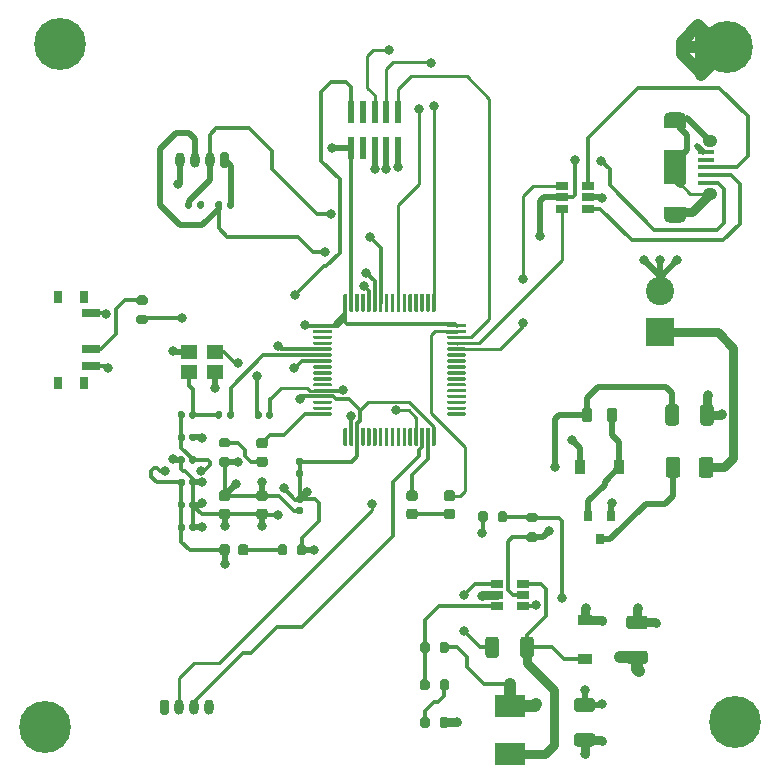
<source format=gbr>
%TF.GenerationSoftware,KiCad,Pcbnew,(5.1.9)-1*%
%TF.CreationDate,2021-05-06T02:52:02-06:00*%
%TF.ProjectId,stm32 design,73746d33-3220-4646-9573-69676e2e6b69,rev?*%
%TF.SameCoordinates,Original*%
%TF.FileFunction,Copper,L1,Top*%
%TF.FilePolarity,Positive*%
%FSLAX46Y46*%
G04 Gerber Fmt 4.6, Leading zero omitted, Abs format (unit mm)*
G04 Created by KiCad (PCBNEW (5.1.9)-1) date 2021-05-06 02:52:02*
%MOMM*%
%LPD*%
G01*
G04 APERTURE LIST*
%TA.AperFunction,ComponentPad*%
%ADD10O,1.250000X1.050000*%
%TD*%
%TA.AperFunction,SMDPad,CuDef*%
%ADD11R,1.350000X0.400000*%
%TD*%
%TA.AperFunction,ComponentPad*%
%ADD12O,1.900000X1.000000*%
%TD*%
%TA.AperFunction,SMDPad,CuDef*%
%ADD13R,1.900000X2.900000*%
%TD*%
%TA.AperFunction,SMDPad,CuDef*%
%ADD14R,1.900000X0.875000*%
%TD*%
%TA.AperFunction,SMDPad,CuDef*%
%ADD15R,0.900000X1.200000*%
%TD*%
%TA.AperFunction,SMDPad,CuDef*%
%ADD16R,1.200000X0.900000*%
%TD*%
%TA.AperFunction,ComponentPad*%
%ADD17C,0.700000*%
%TD*%
%TA.AperFunction,ComponentPad*%
%ADD18C,4.400000*%
%TD*%
%TA.AperFunction,ComponentPad*%
%ADD19R,2.400000X2.400000*%
%TD*%
%TA.AperFunction,ComponentPad*%
%ADD20C,2.400000*%
%TD*%
%TA.AperFunction,SMDPad,CuDef*%
%ADD21R,0.500000X1.850000*%
%TD*%
%TA.AperFunction,ComponentPad*%
%ADD22O,0.800000X1.300000*%
%TD*%
%TA.AperFunction,SMDPad,CuDef*%
%ADD23R,2.500000X1.900000*%
%TD*%
%TA.AperFunction,SMDPad,CuDef*%
%ADD24R,0.800000X0.900000*%
%TD*%
%TA.AperFunction,SMDPad,CuDef*%
%ADD25R,1.500000X0.700000*%
%TD*%
%TA.AperFunction,SMDPad,CuDef*%
%ADD26R,0.800000X1.000000*%
%TD*%
%TA.AperFunction,SMDPad,CuDef*%
%ADD27R,1.060000X0.650000*%
%TD*%
%TA.AperFunction,SMDPad,CuDef*%
%ADD28R,1.400000X1.200000*%
%TD*%
%TA.AperFunction,ViaPad*%
%ADD29C,0.800000*%
%TD*%
%TA.AperFunction,Conductor*%
%ADD30C,0.300000*%
%TD*%
%TA.AperFunction,Conductor*%
%ADD31C,0.750000*%
%TD*%
%TA.AperFunction,Conductor*%
%ADD32C,0.500000*%
%TD*%
%TA.AperFunction,Conductor*%
%ADD33C,1.000000*%
%TD*%
%TA.AperFunction,Conductor*%
%ADD34C,0.261112*%
%TD*%
G04 APERTURE END LIST*
D10*
%TO.P,J2,6*%
%TO.N,Net-(J2-Pad6)*%
X168100000Y-58100000D03*
D11*
%TO.P,J2,5*%
%TO.N,GND*%
X167775000Y-59025000D03*
%TO.P,J2,4*%
%TO.N,Net-(J2-Pad4)*%
X167775000Y-59675000D03*
%TO.P,J2,3*%
%TO.N,USB_CONN_D+*%
X167775000Y-60325000D03*
%TO.P,J2,1*%
%TO.N,+5V*%
X167775000Y-61625000D03*
D10*
%TO.P,J2,6*%
%TO.N,Net-(J2-Pad6)*%
X168100000Y-62550000D03*
D12*
X165100000Y-56150000D03*
X165100000Y-64500000D03*
D11*
%TO.P,J2,2*%
%TO.N,USB_CONN_D-*%
X167775000Y-60975000D03*
D13*
%TO.P,J2,6*%
%TO.N,Net-(J2-Pad6)*%
X165100000Y-60325000D03*
D14*
X165100000Y-64062500D03*
X165100000Y-56587500D03*
%TD*%
%TO.P,C1,2*%
%TO.N,GND*%
%TA.AperFunction,SMDPad,CuDef*%
G36*
G01*
X130530000Y-81450000D02*
X130530000Y-81110000D01*
G75*
G02*
X130670000Y-80970000I140000J0D01*
G01*
X130950000Y-80970000D01*
G75*
G02*
X131090000Y-81110000I0J-140000D01*
G01*
X131090000Y-81450000D01*
G75*
G02*
X130950000Y-81590000I-140000J0D01*
G01*
X130670000Y-81590000D01*
G75*
G02*
X130530000Y-81450000I0J140000D01*
G01*
G37*
%TD.AperFunction*%
%TO.P,C1,1*%
%TO.N,HSE_IN*%
%TA.AperFunction,SMDPad,CuDef*%
G36*
G01*
X129570000Y-81450000D02*
X129570000Y-81110000D01*
G75*
G02*
X129710000Y-80970000I140000J0D01*
G01*
X129990000Y-80970000D01*
G75*
G02*
X130130000Y-81110000I0J-140000D01*
G01*
X130130000Y-81450000D01*
G75*
G02*
X129990000Y-81590000I-140000J0D01*
G01*
X129710000Y-81590000D01*
G75*
G02*
X129570000Y-81450000I0J140000D01*
G01*
G37*
%TD.AperFunction*%
%TD*%
%TO.P,C2,2*%
%TO.N,GND*%
%TA.AperFunction,SMDPad,CuDef*%
G36*
G01*
X127250000Y-88575000D02*
X126750000Y-88575000D01*
G75*
G02*
X126525000Y-88350000I0J225000D01*
G01*
X126525000Y-87900000D01*
G75*
G02*
X126750000Y-87675000I225000J0D01*
G01*
X127250000Y-87675000D01*
G75*
G02*
X127475000Y-87900000I0J-225000D01*
G01*
X127475000Y-88350000D01*
G75*
G02*
X127250000Y-88575000I-225000J0D01*
G01*
G37*
%TD.AperFunction*%
%TO.P,C2,1*%
%TO.N,+3.3VA*%
%TA.AperFunction,SMDPad,CuDef*%
G36*
G01*
X127250000Y-90125000D02*
X126750000Y-90125000D01*
G75*
G02*
X126525000Y-89900000I0J225000D01*
G01*
X126525000Y-89450000D01*
G75*
G02*
X126750000Y-89225000I225000J0D01*
G01*
X127250000Y-89225000D01*
G75*
G02*
X127475000Y-89450000I0J-225000D01*
G01*
X127475000Y-89900000D01*
G75*
G02*
X127250000Y-90125000I-225000J0D01*
G01*
G37*
%TD.AperFunction*%
%TD*%
%TO.P,C3,1*%
%TO.N,Net-(C3-Pad1)*%
%TA.AperFunction,SMDPad,CuDef*%
G36*
G01*
X124585000Y-81110000D02*
X124585000Y-81450000D01*
G75*
G02*
X124445000Y-81590000I-140000J0D01*
G01*
X124165000Y-81590000D01*
G75*
G02*
X124025000Y-81450000I0J140000D01*
G01*
X124025000Y-81110000D01*
G75*
G02*
X124165000Y-80970000I140000J0D01*
G01*
X124445000Y-80970000D01*
G75*
G02*
X124585000Y-81110000I0J-140000D01*
G01*
G37*
%TD.AperFunction*%
%TO.P,C3,2*%
%TO.N,GND*%
%TA.AperFunction,SMDPad,CuDef*%
G36*
G01*
X123625000Y-81110000D02*
X123625000Y-81450000D01*
G75*
G02*
X123485000Y-81590000I-140000J0D01*
G01*
X123205000Y-81590000D01*
G75*
G02*
X123065000Y-81450000I0J140000D01*
G01*
X123065000Y-81110000D01*
G75*
G02*
X123205000Y-80970000I140000J0D01*
G01*
X123485000Y-80970000D01*
G75*
G02*
X123625000Y-81110000I0J-140000D01*
G01*
G37*
%TD.AperFunction*%
%TD*%
%TO.P,C4,2*%
%TO.N,GND*%
%TA.AperFunction,SMDPad,CuDef*%
G36*
G01*
X124025000Y-85260000D02*
X124025000Y-84920000D01*
G75*
G02*
X124165000Y-84780000I140000J0D01*
G01*
X124445000Y-84780000D01*
G75*
G02*
X124585000Y-84920000I0J-140000D01*
G01*
X124585000Y-85260000D01*
G75*
G02*
X124445000Y-85400000I-140000J0D01*
G01*
X124165000Y-85400000D01*
G75*
G02*
X124025000Y-85260000I0J140000D01*
G01*
G37*
%TD.AperFunction*%
%TO.P,C4,1*%
%TO.N,+3.3VA*%
%TA.AperFunction,SMDPad,CuDef*%
G36*
G01*
X123065000Y-85260000D02*
X123065000Y-84920000D01*
G75*
G02*
X123205000Y-84780000I140000J0D01*
G01*
X123485000Y-84780000D01*
G75*
G02*
X123625000Y-84920000I0J-140000D01*
G01*
X123625000Y-85260000D01*
G75*
G02*
X123485000Y-85400000I-140000J0D01*
G01*
X123205000Y-85400000D01*
G75*
G02*
X123065000Y-85260000I0J140000D01*
G01*
G37*
%TD.AperFunction*%
%TD*%
%TO.P,C5,1*%
%TO.N,+3.3VA*%
%TA.AperFunction,SMDPad,CuDef*%
G36*
G01*
X124585000Y-83015000D02*
X124585000Y-83355000D01*
G75*
G02*
X124445000Y-83495000I-140000J0D01*
G01*
X124165000Y-83495000D01*
G75*
G02*
X124025000Y-83355000I0J140000D01*
G01*
X124025000Y-83015000D01*
G75*
G02*
X124165000Y-82875000I140000J0D01*
G01*
X124445000Y-82875000D01*
G75*
G02*
X124585000Y-83015000I0J-140000D01*
G01*
G37*
%TD.AperFunction*%
%TO.P,C5,2*%
%TO.N,GND*%
%TA.AperFunction,SMDPad,CuDef*%
G36*
G01*
X123625000Y-83015000D02*
X123625000Y-83355000D01*
G75*
G02*
X123485000Y-83495000I-140000J0D01*
G01*
X123205000Y-83495000D01*
G75*
G02*
X123065000Y-83355000I0J140000D01*
G01*
X123065000Y-83015000D01*
G75*
G02*
X123205000Y-82875000I140000J0D01*
G01*
X123485000Y-82875000D01*
G75*
G02*
X123625000Y-83015000I0J-140000D01*
G01*
G37*
%TD.AperFunction*%
%TD*%
%TO.P,C6,2*%
%TO.N,GND*%
%TA.AperFunction,SMDPad,CuDef*%
G36*
G01*
X123625000Y-90635000D02*
X123625000Y-90975000D01*
G75*
G02*
X123485000Y-91115000I-140000J0D01*
G01*
X123205000Y-91115000D01*
G75*
G02*
X123065000Y-90975000I0J140000D01*
G01*
X123065000Y-90635000D01*
G75*
G02*
X123205000Y-90495000I140000J0D01*
G01*
X123485000Y-90495000D01*
G75*
G02*
X123625000Y-90635000I0J-140000D01*
G01*
G37*
%TD.AperFunction*%
%TO.P,C6,1*%
%TO.N,+3.3VA*%
%TA.AperFunction,SMDPad,CuDef*%
G36*
G01*
X124585000Y-90635000D02*
X124585000Y-90975000D01*
G75*
G02*
X124445000Y-91115000I-140000J0D01*
G01*
X124165000Y-91115000D01*
G75*
G02*
X124025000Y-90975000I0J140000D01*
G01*
X124025000Y-90635000D01*
G75*
G02*
X124165000Y-90495000I140000J0D01*
G01*
X124445000Y-90495000D01*
G75*
G02*
X124585000Y-90635000I0J-140000D01*
G01*
G37*
%TD.AperFunction*%
%TD*%
%TO.P,C7,1*%
%TO.N,Net-(C7-Pad1)*%
%TA.AperFunction,SMDPad,CuDef*%
G36*
G01*
X142625000Y-87675000D02*
X143125000Y-87675000D01*
G75*
G02*
X143350000Y-87900000I0J-225000D01*
G01*
X143350000Y-88350000D01*
G75*
G02*
X143125000Y-88575000I-225000J0D01*
G01*
X142625000Y-88575000D01*
G75*
G02*
X142400000Y-88350000I0J225000D01*
G01*
X142400000Y-87900000D01*
G75*
G02*
X142625000Y-87675000I225000J0D01*
G01*
G37*
%TD.AperFunction*%
%TO.P,C7,2*%
%TO.N,Net-(C7-Pad2)*%
%TA.AperFunction,SMDPad,CuDef*%
G36*
G01*
X142625000Y-89225000D02*
X143125000Y-89225000D01*
G75*
G02*
X143350000Y-89450000I0J-225000D01*
G01*
X143350000Y-89900000D01*
G75*
G02*
X143125000Y-90125000I-225000J0D01*
G01*
X142625000Y-90125000D01*
G75*
G02*
X142400000Y-89900000I0J225000D01*
G01*
X142400000Y-89450000D01*
G75*
G02*
X142625000Y-89225000I225000J0D01*
G01*
G37*
%TD.AperFunction*%
%TD*%
%TO.P,C8,2*%
%TO.N,Net-(C7-Pad2)*%
%TA.AperFunction,SMDPad,CuDef*%
G36*
G01*
X145800000Y-89225000D02*
X146300000Y-89225000D01*
G75*
G02*
X146525000Y-89450000I0J-225000D01*
G01*
X146525000Y-89900000D01*
G75*
G02*
X146300000Y-90125000I-225000J0D01*
G01*
X145800000Y-90125000D01*
G75*
G02*
X145575000Y-89900000I0J225000D01*
G01*
X145575000Y-89450000D01*
G75*
G02*
X145800000Y-89225000I225000J0D01*
G01*
G37*
%TD.AperFunction*%
%TO.P,C8,1*%
%TO.N,Net-(C8-Pad1)*%
%TA.AperFunction,SMDPad,CuDef*%
G36*
G01*
X145800000Y-87675000D02*
X146300000Y-87675000D01*
G75*
G02*
X146525000Y-87900000I0J-225000D01*
G01*
X146525000Y-88350000D01*
G75*
G02*
X146300000Y-88575000I-225000J0D01*
G01*
X145800000Y-88575000D01*
G75*
G02*
X145575000Y-88350000I0J225000D01*
G01*
X145575000Y-87900000D01*
G75*
G02*
X145800000Y-87675000I225000J0D01*
G01*
G37*
%TD.AperFunction*%
%TD*%
%TO.P,C9,1*%
%TO.N,+3.3VA*%
%TA.AperFunction,SMDPad,CuDef*%
G36*
G01*
X124585000Y-86825000D02*
X124585000Y-87165000D01*
G75*
G02*
X124445000Y-87305000I-140000J0D01*
G01*
X124165000Y-87305000D01*
G75*
G02*
X124025000Y-87165000I0J140000D01*
G01*
X124025000Y-86825000D01*
G75*
G02*
X124165000Y-86685000I140000J0D01*
G01*
X124445000Y-86685000D01*
G75*
G02*
X124585000Y-86825000I0J-140000D01*
G01*
G37*
%TD.AperFunction*%
%TO.P,C9,2*%
%TO.N,GND*%
%TA.AperFunction,SMDPad,CuDef*%
G36*
G01*
X123625000Y-86825000D02*
X123625000Y-87165000D01*
G75*
G02*
X123485000Y-87305000I-140000J0D01*
G01*
X123205000Y-87305000D01*
G75*
G02*
X123065000Y-87165000I0J140000D01*
G01*
X123065000Y-86825000D01*
G75*
G02*
X123205000Y-86685000I140000J0D01*
G01*
X123485000Y-86685000D01*
G75*
G02*
X123625000Y-86825000I0J-140000D01*
G01*
G37*
%TD.AperFunction*%
%TD*%
%TO.P,C10,2*%
%TO.N,GND*%
%TA.AperFunction,SMDPad,CuDef*%
G36*
G01*
X123625000Y-88730000D02*
X123625000Y-89070000D01*
G75*
G02*
X123485000Y-89210000I-140000J0D01*
G01*
X123205000Y-89210000D01*
G75*
G02*
X123065000Y-89070000I0J140000D01*
G01*
X123065000Y-88730000D01*
G75*
G02*
X123205000Y-88590000I140000J0D01*
G01*
X123485000Y-88590000D01*
G75*
G02*
X123625000Y-88730000I0J-140000D01*
G01*
G37*
%TD.AperFunction*%
%TO.P,C10,1*%
%TO.N,+3.3VA*%
%TA.AperFunction,SMDPad,CuDef*%
G36*
G01*
X124585000Y-88730000D02*
X124585000Y-89070000D01*
G75*
G02*
X124445000Y-89210000I-140000J0D01*
G01*
X124165000Y-89210000D01*
G75*
G02*
X124025000Y-89070000I0J140000D01*
G01*
X124025000Y-88730000D01*
G75*
G02*
X124165000Y-88590000I140000J0D01*
G01*
X124445000Y-88590000D01*
G75*
G02*
X124585000Y-88730000I0J-140000D01*
G01*
G37*
%TD.AperFunction*%
%TD*%
%TO.P,C11,1*%
%TO.N,+3.3VA*%
%TA.AperFunction,SMDPad,CuDef*%
G36*
G01*
X133180000Y-88140000D02*
X133520000Y-88140000D01*
G75*
G02*
X133660000Y-88280000I0J-140000D01*
G01*
X133660000Y-88560000D01*
G75*
G02*
X133520000Y-88700000I-140000J0D01*
G01*
X133180000Y-88700000D01*
G75*
G02*
X133040000Y-88560000I0J140000D01*
G01*
X133040000Y-88280000D01*
G75*
G02*
X133180000Y-88140000I140000J0D01*
G01*
G37*
%TD.AperFunction*%
%TO.P,C11,2*%
%TO.N,GND*%
%TA.AperFunction,SMDPad,CuDef*%
G36*
G01*
X133180000Y-89100000D02*
X133520000Y-89100000D01*
G75*
G02*
X133660000Y-89240000I0J-140000D01*
G01*
X133660000Y-89520000D01*
G75*
G02*
X133520000Y-89660000I-140000J0D01*
G01*
X133180000Y-89660000D01*
G75*
G02*
X133040000Y-89520000I0J140000D01*
G01*
X133040000Y-89240000D01*
G75*
G02*
X133180000Y-89100000I140000J0D01*
G01*
G37*
%TD.AperFunction*%
%TD*%
%TO.P,C12,1*%
%TO.N,+3.3VA*%
%TA.AperFunction,SMDPad,CuDef*%
G36*
G01*
X130425000Y-90125000D02*
X129925000Y-90125000D01*
G75*
G02*
X129700000Y-89900000I0J225000D01*
G01*
X129700000Y-89450000D01*
G75*
G02*
X129925000Y-89225000I225000J0D01*
G01*
X130425000Y-89225000D01*
G75*
G02*
X130650000Y-89450000I0J-225000D01*
G01*
X130650000Y-89900000D01*
G75*
G02*
X130425000Y-90125000I-225000J0D01*
G01*
G37*
%TD.AperFunction*%
%TO.P,C12,2*%
%TO.N,GND*%
%TA.AperFunction,SMDPad,CuDef*%
G36*
G01*
X130425000Y-88575000D02*
X129925000Y-88575000D01*
G75*
G02*
X129700000Y-88350000I0J225000D01*
G01*
X129700000Y-87900000D01*
G75*
G02*
X129925000Y-87675000I225000J0D01*
G01*
X130425000Y-87675000D01*
G75*
G02*
X130650000Y-87900000I0J-225000D01*
G01*
X130650000Y-88350000D01*
G75*
G02*
X130425000Y-88575000I-225000J0D01*
G01*
G37*
%TD.AperFunction*%
%TD*%
%TO.P,C13,2*%
%TO.N,GND*%
%TA.AperFunction,SMDPad,CuDef*%
G36*
G01*
X167270000Y-81930001D02*
X167270000Y-80629999D01*
G75*
G02*
X167519999Y-80380000I249999J0D01*
G01*
X168170001Y-80380000D01*
G75*
G02*
X168420000Y-80629999I0J-249999D01*
G01*
X168420000Y-81930001D01*
G75*
G02*
X168170001Y-82180000I-249999J0D01*
G01*
X167519999Y-82180000D01*
G75*
G02*
X167270000Y-81930001I0J249999D01*
G01*
G37*
%TD.AperFunction*%
%TO.P,C13,1*%
%TO.N,BUCK_IN*%
%TA.AperFunction,SMDPad,CuDef*%
G36*
G01*
X164320000Y-81930001D02*
X164320000Y-80629999D01*
G75*
G02*
X164569999Y-80380000I249999J0D01*
G01*
X165220001Y-80380000D01*
G75*
G02*
X165470000Y-80629999I0J-249999D01*
G01*
X165470000Y-81930001D01*
G75*
G02*
X165220001Y-82180000I-249999J0D01*
G01*
X164569999Y-82180000D01*
G75*
G02*
X164320000Y-81930001I0J249999D01*
G01*
G37*
%TD.AperFunction*%
%TD*%
%TO.P,C14,1*%
%TO.N,BUCK_SW*%
%TA.AperFunction,SMDPad,CuDef*%
G36*
G01*
X153180000Y-100314999D02*
X153180000Y-101615001D01*
G75*
G02*
X152930001Y-101865000I-249999J0D01*
G01*
X152279999Y-101865000D01*
G75*
G02*
X152030000Y-101615001I0J249999D01*
G01*
X152030000Y-100314999D01*
G75*
G02*
X152279999Y-100065000I249999J0D01*
G01*
X152930001Y-100065000D01*
G75*
G02*
X153180000Y-100314999I0J-249999D01*
G01*
G37*
%TD.AperFunction*%
%TO.P,C14,2*%
%TO.N,BUCK_BST*%
%TA.AperFunction,SMDPad,CuDef*%
G36*
G01*
X150230000Y-100314999D02*
X150230000Y-101615001D01*
G75*
G02*
X149980001Y-101865000I-249999J0D01*
G01*
X149329999Y-101865000D01*
G75*
G02*
X149080000Y-101615001I0J249999D01*
G01*
X149080000Y-100314999D01*
G75*
G02*
X149329999Y-100065000I249999J0D01*
G01*
X149980001Y-100065000D01*
G75*
G02*
X150230000Y-100314999I0J-249999D01*
G01*
G37*
%TD.AperFunction*%
%TD*%
%TO.P,C15,1*%
%TO.N,+3.3VA*%
%TA.AperFunction,SMDPad,CuDef*%
G36*
G01*
X156829999Y-105265000D02*
X158130001Y-105265000D01*
G75*
G02*
X158380000Y-105514999I0J-249999D01*
G01*
X158380000Y-106165001D01*
G75*
G02*
X158130001Y-106415000I-249999J0D01*
G01*
X156829999Y-106415000D01*
G75*
G02*
X156580000Y-106165001I0J249999D01*
G01*
X156580000Y-105514999D01*
G75*
G02*
X156829999Y-105265000I249999J0D01*
G01*
G37*
%TD.AperFunction*%
%TO.P,C15,2*%
%TO.N,GND*%
%TA.AperFunction,SMDPad,CuDef*%
G36*
G01*
X156829999Y-108215000D02*
X158130001Y-108215000D01*
G75*
G02*
X158380000Y-108464999I0J-249999D01*
G01*
X158380000Y-109115001D01*
G75*
G02*
X158130001Y-109365000I-249999J0D01*
G01*
X156829999Y-109365000D01*
G75*
G02*
X156580000Y-109115001I0J249999D01*
G01*
X156580000Y-108464999D01*
G75*
G02*
X156829999Y-108215000I249999J0D01*
G01*
G37*
%TD.AperFunction*%
%TD*%
%TO.P,C16,2*%
%TO.N,GND*%
%TA.AperFunction,SMDPad,CuDef*%
G36*
G01*
X162575001Y-99430000D02*
X161274999Y-99430000D01*
G75*
G02*
X161025000Y-99180001I0J249999D01*
G01*
X161025000Y-98529999D01*
G75*
G02*
X161274999Y-98280000I249999J0D01*
G01*
X162575001Y-98280000D01*
G75*
G02*
X162825000Y-98529999I0J-249999D01*
G01*
X162825000Y-99180001D01*
G75*
G02*
X162575001Y-99430000I-249999J0D01*
G01*
G37*
%TD.AperFunction*%
%TO.P,C16,1*%
%TO.N,+3.3VA*%
%TA.AperFunction,SMDPad,CuDef*%
G36*
G01*
X162575001Y-102380000D02*
X161274999Y-102380000D01*
G75*
G02*
X161025000Y-102130001I0J249999D01*
G01*
X161025000Y-101479999D01*
G75*
G02*
X161274999Y-101230000I249999J0D01*
G01*
X162575001Y-101230000D01*
G75*
G02*
X162825000Y-101479999I0J-249999D01*
G01*
X162825000Y-102130001D01*
G75*
G02*
X162575001Y-102380000I-249999J0D01*
G01*
G37*
%TD.AperFunction*%
%TD*%
%TO.P,D1,2*%
%TO.N,LED_STATUS*%
%TA.AperFunction,SMDPad,CuDef*%
G36*
G01*
X130431250Y-84105000D02*
X129918750Y-84105000D01*
G75*
G02*
X129700000Y-83886250I0J218750D01*
G01*
X129700000Y-83448750D01*
G75*
G02*
X129918750Y-83230000I218750J0D01*
G01*
X130431250Y-83230000D01*
G75*
G02*
X130650000Y-83448750I0J-218750D01*
G01*
X130650000Y-83886250D01*
G75*
G02*
X130431250Y-84105000I-218750J0D01*
G01*
G37*
%TD.AperFunction*%
%TO.P,D1,1*%
%TO.N,Net-(D1-Pad1)*%
%TA.AperFunction,SMDPad,CuDef*%
G36*
G01*
X130431250Y-85680000D02*
X129918750Y-85680000D01*
G75*
G02*
X129700000Y-85461250I0J218750D01*
G01*
X129700000Y-85023750D01*
G75*
G02*
X129918750Y-84805000I218750J0D01*
G01*
X130431250Y-84805000D01*
G75*
G02*
X130650000Y-85023750I0J-218750D01*
G01*
X130650000Y-85461250D01*
G75*
G02*
X130431250Y-85680000I-218750J0D01*
G01*
G37*
%TD.AperFunction*%
%TD*%
D15*
%TO.P,D2,1*%
%TO.N,Net-(D2-Pad1)*%
X160400000Y-85725000D03*
%TO.P,D2,2*%
%TO.N,+5V*%
X157100000Y-85725000D03*
%TD*%
D16*
%TO.P,D3,2*%
%TO.N,GND*%
X157480000Y-98680000D03*
%TO.P,D3,1*%
%TO.N,BUCK_SW*%
X157480000Y-101980000D03*
%TD*%
%TO.P,D4,1*%
%TO.N,GND*%
%TA.AperFunction,SMDPad,CuDef*%
G36*
G01*
X126562500Y-92966250D02*
X126562500Y-92453750D01*
G75*
G02*
X126781250Y-92235000I218750J0D01*
G01*
X127218750Y-92235000D01*
G75*
G02*
X127437500Y-92453750I0J-218750D01*
G01*
X127437500Y-92966250D01*
G75*
G02*
X127218750Y-93185000I-218750J0D01*
G01*
X126781250Y-93185000D01*
G75*
G02*
X126562500Y-92966250I0J218750D01*
G01*
G37*
%TD.AperFunction*%
%TO.P,D4,2*%
%TO.N,Net-(D4-Pad2)*%
%TA.AperFunction,SMDPad,CuDef*%
G36*
G01*
X128137500Y-92966250D02*
X128137500Y-92453750D01*
G75*
G02*
X128356250Y-92235000I218750J0D01*
G01*
X128793750Y-92235000D01*
G75*
G02*
X129012500Y-92453750I0J-218750D01*
G01*
X129012500Y-92966250D01*
G75*
G02*
X128793750Y-93185000I-218750J0D01*
G01*
X128356250Y-93185000D01*
G75*
G02*
X128137500Y-92966250I0J218750D01*
G01*
G37*
%TD.AperFunction*%
%TD*%
%TO.P,F1,1*%
%TO.N,Net-(F1-Pad1)*%
%TA.AperFunction,SMDPad,CuDef*%
G36*
G01*
X164345000Y-86350000D02*
X164345000Y-85100000D01*
G75*
G02*
X164595000Y-84850000I250000J0D01*
G01*
X165345000Y-84850000D01*
G75*
G02*
X165595000Y-85100000I0J-250000D01*
G01*
X165595000Y-86350000D01*
G75*
G02*
X165345000Y-86600000I-250000J0D01*
G01*
X164595000Y-86600000D01*
G75*
G02*
X164345000Y-86350000I0J250000D01*
G01*
G37*
%TD.AperFunction*%
%TO.P,F1,2*%
%TO.N,+12V*%
%TA.AperFunction,SMDPad,CuDef*%
G36*
G01*
X167145000Y-86350000D02*
X167145000Y-85100000D01*
G75*
G02*
X167395000Y-84850000I250000J0D01*
G01*
X168145000Y-84850000D01*
G75*
G02*
X168395000Y-85100000I0J-250000D01*
G01*
X168395000Y-86350000D01*
G75*
G02*
X168145000Y-86600000I-250000J0D01*
G01*
X167395000Y-86600000D01*
G75*
G02*
X167145000Y-86350000I0J250000D01*
G01*
G37*
%TD.AperFunction*%
%TD*%
%TO.P,FB1,1*%
%TO.N,Net-(D2-Pad1)*%
%TA.AperFunction,SMDPad,CuDef*%
G36*
G01*
X160250000Y-80898750D02*
X160250000Y-81661250D01*
G75*
G02*
X160031250Y-81880000I-218750J0D01*
G01*
X159593750Y-81880000D01*
G75*
G02*
X159375000Y-81661250I0J218750D01*
G01*
X159375000Y-80898750D01*
G75*
G02*
X159593750Y-80680000I218750J0D01*
G01*
X160031250Y-80680000D01*
G75*
G02*
X160250000Y-80898750I0J-218750D01*
G01*
G37*
%TD.AperFunction*%
%TO.P,FB1,2*%
%TO.N,BUCK_IN*%
%TA.AperFunction,SMDPad,CuDef*%
G36*
G01*
X158125000Y-80898750D02*
X158125000Y-81661250D01*
G75*
G02*
X157906250Y-81880000I-218750J0D01*
G01*
X157468750Y-81880000D01*
G75*
G02*
X157250000Y-81661250I0J218750D01*
G01*
X157250000Y-80898750D01*
G75*
G02*
X157468750Y-80680000I218750J0D01*
G01*
X157906250Y-80680000D01*
G75*
G02*
X158125000Y-80898750I0J-218750D01*
G01*
G37*
%TD.AperFunction*%
%TD*%
D17*
%TO.P,H1,1*%
%TO.N,GND*%
X112926726Y-106528274D03*
X111760000Y-106045000D03*
X110593274Y-106528274D03*
X110110000Y-107695000D03*
X110593274Y-108861726D03*
X111760000Y-109345000D03*
X112926726Y-108861726D03*
X113410000Y-107695000D03*
D18*
X111760000Y-107695000D03*
%TD*%
%TO.P,H2,1*%
%TO.N,GND*%
X169545000Y-50165000D03*
D17*
X171195000Y-50165000D03*
X170711726Y-51331726D03*
X169545000Y-51815000D03*
X168378274Y-51331726D03*
X167895000Y-50165000D03*
X168378274Y-48998274D03*
X169545000Y-48515000D03*
X170711726Y-48998274D03*
%TD*%
%TO.P,H3,1*%
%TO.N,GND*%
X114196726Y-48743274D03*
X113030000Y-48260000D03*
X111863274Y-48743274D03*
X111380000Y-49910000D03*
X111863274Y-51076726D03*
X113030000Y-51560000D03*
X114196726Y-51076726D03*
X114680000Y-49910000D03*
D18*
X113030000Y-49910000D03*
%TD*%
%TO.P,H4,1*%
%TO.N,GND*%
X170180000Y-107315000D03*
D17*
X171830000Y-107315000D03*
X171346726Y-108481726D03*
X170180000Y-108965000D03*
X169013274Y-108481726D03*
X168530000Y-107315000D03*
X169013274Y-106148274D03*
X170180000Y-105665000D03*
X171346726Y-106148274D03*
%TD*%
D19*
%TO.P,J1,1*%
%TO.N,+12V*%
X163830000Y-74295000D03*
D20*
%TO.P,J1,2*%
%TO.N,GND*%
X163830000Y-70795000D03*
%TD*%
D21*
%TO.P,J3,1*%
%TO.N,+3.3VA*%
X141700000Y-58675000D03*
%TO.P,J3,2*%
%TO.N,SWDIO*%
X141700000Y-55625000D03*
%TO.P,J3,3*%
%TO.N,GND*%
X140700000Y-58675000D03*
%TO.P,J3,4*%
%TO.N,SWCLK*%
X140700000Y-55625000D03*
%TO.P,J3,5*%
%TO.N,GND*%
X139700000Y-58675000D03*
%TO.P,J3,6*%
%TO.N,SWO*%
X139700000Y-55625000D03*
%TO.P,J3,7*%
%TO.N,Net-(J3-Pad7)*%
X138700000Y-58675000D03*
%TO.P,J3,8*%
%TO.N,Net-(J3-Pad8)*%
X138700000Y-55625000D03*
%TO.P,J3,9*%
%TO.N,GND*%
X137700000Y-58675000D03*
%TO.P,J3,10*%
%TO.N,NRST*%
X137700000Y-55625000D03*
%TD*%
%TO.P,J4,1*%
%TO.N,+3.3VA*%
%TA.AperFunction,ComponentPad*%
G36*
G01*
X127400000Y-59240000D02*
X127400000Y-60140000D01*
G75*
G02*
X127200000Y-60340000I-200000J0D01*
G01*
X126800000Y-60340000D01*
G75*
G02*
X126600000Y-60140000I0J200000D01*
G01*
X126600000Y-59240000D01*
G75*
G02*
X126800000Y-59040000I200000J0D01*
G01*
X127200000Y-59040000D01*
G75*
G02*
X127400000Y-59240000I0J-200000D01*
G01*
G37*
%TD.AperFunction*%
D22*
%TO.P,J4,2*%
%TO.N,I2C1_SCL*%
X125750000Y-59690000D03*
%TO.P,J4,3*%
%TO.N,I2C1_SDA*%
X124500000Y-59690000D03*
%TO.P,J4,4*%
%TO.N,GND*%
X123250000Y-59690000D03*
%TD*%
%TO.P,J5,4*%
%TO.N,GND*%
X125670000Y-106045000D03*
%TO.P,J5,3*%
%TO.N,USART3_RX*%
X124420000Y-106045000D03*
%TO.P,J5,2*%
%TO.N,USART3_TX*%
X123170000Y-106045000D03*
%TO.P,J5,1*%
%TO.N,+3.3VA*%
%TA.AperFunction,ComponentPad*%
G36*
G01*
X121520000Y-106495000D02*
X121520000Y-105595000D01*
G75*
G02*
X121720000Y-105395000I200000J0D01*
G01*
X122120000Y-105395000D01*
G75*
G02*
X122320000Y-105595000I0J-200000D01*
G01*
X122320000Y-106495000D01*
G75*
G02*
X122120000Y-106695000I-200000J0D01*
G01*
X121720000Y-106695000D01*
G75*
G02*
X121520000Y-106495000I0J200000D01*
G01*
G37*
%TD.AperFunction*%
%TD*%
%TO.P,L1,1*%
%TO.N,+3.3VA*%
%TA.AperFunction,SMDPad,CuDef*%
G36*
G01*
X133177500Y-84945000D02*
X133522500Y-84945000D01*
G75*
G02*
X133670000Y-85092500I0J-147500D01*
G01*
X133670000Y-85387500D01*
G75*
G02*
X133522500Y-85535000I-147500J0D01*
G01*
X133177500Y-85535000D01*
G75*
G02*
X133030000Y-85387500I0J147500D01*
G01*
X133030000Y-85092500D01*
G75*
G02*
X133177500Y-84945000I147500J0D01*
G01*
G37*
%TD.AperFunction*%
%TO.P,L1,2*%
%TA.AperFunction,SMDPad,CuDef*%
G36*
G01*
X133177500Y-85915000D02*
X133522500Y-85915000D01*
G75*
G02*
X133670000Y-86062500I0J-147500D01*
G01*
X133670000Y-86357500D01*
G75*
G02*
X133522500Y-86505000I-147500J0D01*
G01*
X133177500Y-86505000D01*
G75*
G02*
X133030000Y-86357500I0J147500D01*
G01*
X133030000Y-86062500D01*
G75*
G02*
X133177500Y-85915000I147500J0D01*
G01*
G37*
%TD.AperFunction*%
%TD*%
D23*
%TO.P,L2,1*%
%TO.N,BUCK_SW*%
X151130000Y-110000000D03*
%TO.P,L2,2*%
%TO.N,+3.3VA*%
X151130000Y-105900000D03*
%TD*%
D24*
%TO.P,Q1,1*%
%TO.N,GND*%
X159700000Y-89805000D03*
%TO.P,Q1,2*%
%TO.N,Net-(D2-Pad1)*%
X157800000Y-89805000D03*
%TO.P,Q1,3*%
%TO.N,Net-(F1-Pad1)*%
X158750000Y-91805000D03*
%TD*%
%TO.P,R1,2*%
%TO.N,Net-(D1-Pad1)*%
%TA.AperFunction,SMDPad,CuDef*%
G36*
G01*
X127275000Y-84030000D02*
X126725000Y-84030000D01*
G75*
G02*
X126525000Y-83830000I0J200000D01*
G01*
X126525000Y-83430000D01*
G75*
G02*
X126725000Y-83230000I200000J0D01*
G01*
X127275000Y-83230000D01*
G75*
G02*
X127475000Y-83430000I0J-200000D01*
G01*
X127475000Y-83830000D01*
G75*
G02*
X127275000Y-84030000I-200000J0D01*
G01*
G37*
%TD.AperFunction*%
%TO.P,R1,1*%
%TO.N,GND*%
%TA.AperFunction,SMDPad,CuDef*%
G36*
G01*
X127275000Y-85680000D02*
X126725000Y-85680000D01*
G75*
G02*
X126525000Y-85480000I0J200000D01*
G01*
X126525000Y-85080000D01*
G75*
G02*
X126725000Y-84880000I200000J0D01*
G01*
X127275000Y-84880000D01*
G75*
G02*
X127475000Y-85080000I0J-200000D01*
G01*
X127475000Y-85480000D01*
G75*
G02*
X127275000Y-85680000I-200000J0D01*
G01*
G37*
%TD.AperFunction*%
%TD*%
%TO.P,R2,2*%
%TO.N,+3.3VA*%
%TA.AperFunction,SMDPad,CuDef*%
G36*
G01*
X127240000Y-63685000D02*
X127240000Y-63315000D01*
G75*
G02*
X127375000Y-63180000I135000J0D01*
G01*
X127645000Y-63180000D01*
G75*
G02*
X127780000Y-63315000I0J-135000D01*
G01*
X127780000Y-63685000D01*
G75*
G02*
X127645000Y-63820000I-135000J0D01*
G01*
X127375000Y-63820000D01*
G75*
G02*
X127240000Y-63685000I0J135000D01*
G01*
G37*
%TD.AperFunction*%
%TO.P,R2,1*%
%TO.N,I2C1_SDA*%
%TA.AperFunction,SMDPad,CuDef*%
G36*
G01*
X126220000Y-63685000D02*
X126220000Y-63315000D01*
G75*
G02*
X126355000Y-63180000I135000J0D01*
G01*
X126625000Y-63180000D01*
G75*
G02*
X126760000Y-63315000I0J-135000D01*
G01*
X126760000Y-63685000D01*
G75*
G02*
X126625000Y-63820000I-135000J0D01*
G01*
X126355000Y-63820000D01*
G75*
G02*
X126220000Y-63685000I0J135000D01*
G01*
G37*
%TD.AperFunction*%
%TD*%
%TO.P,R3,2*%
%TO.N,BOOTO*%
%TA.AperFunction,SMDPad,CuDef*%
G36*
G01*
X119740000Y-72815000D02*
X120290000Y-72815000D01*
G75*
G02*
X120490000Y-73015000I0J-200000D01*
G01*
X120490000Y-73415000D01*
G75*
G02*
X120290000Y-73615000I-200000J0D01*
G01*
X119740000Y-73615000D01*
G75*
G02*
X119540000Y-73415000I0J200000D01*
G01*
X119540000Y-73015000D01*
G75*
G02*
X119740000Y-72815000I200000J0D01*
G01*
G37*
%TD.AperFunction*%
%TO.P,R3,1*%
%TO.N,Net-(R3-Pad1)*%
%TA.AperFunction,SMDPad,CuDef*%
G36*
G01*
X119740000Y-71165000D02*
X120290000Y-71165000D01*
G75*
G02*
X120490000Y-71365000I0J-200000D01*
G01*
X120490000Y-71765000D01*
G75*
G02*
X120290000Y-71965000I-200000J0D01*
G01*
X119740000Y-71965000D01*
G75*
G02*
X119540000Y-71765000I0J200000D01*
G01*
X119540000Y-71365000D01*
G75*
G02*
X119740000Y-71165000I200000J0D01*
G01*
G37*
%TD.AperFunction*%
%TD*%
%TO.P,R4,1*%
%TO.N,Net-(C3-Pad1)*%
%TA.AperFunction,SMDPad,CuDef*%
G36*
G01*
X126220000Y-81465000D02*
X126220000Y-81095000D01*
G75*
G02*
X126355000Y-80960000I135000J0D01*
G01*
X126625000Y-80960000D01*
G75*
G02*
X126760000Y-81095000I0J-135000D01*
G01*
X126760000Y-81465000D01*
G75*
G02*
X126625000Y-81600000I-135000J0D01*
G01*
X126355000Y-81600000D01*
G75*
G02*
X126220000Y-81465000I0J135000D01*
G01*
G37*
%TD.AperFunction*%
%TO.P,R4,2*%
%TO.N,HSE_OUT*%
%TA.AperFunction,SMDPad,CuDef*%
G36*
G01*
X127240000Y-81465000D02*
X127240000Y-81095000D01*
G75*
G02*
X127375000Y-80960000I135000J0D01*
G01*
X127645000Y-80960000D01*
G75*
G02*
X127780000Y-81095000I0J-135000D01*
G01*
X127780000Y-81465000D01*
G75*
G02*
X127645000Y-81600000I-135000J0D01*
G01*
X127375000Y-81600000D01*
G75*
G02*
X127240000Y-81465000I0J135000D01*
G01*
G37*
%TD.AperFunction*%
%TD*%
%TO.P,R5,1*%
%TO.N,I2C1_SCL*%
%TA.AperFunction,SMDPad,CuDef*%
G36*
G01*
X123680000Y-63685000D02*
X123680000Y-63315000D01*
G75*
G02*
X123815000Y-63180000I135000J0D01*
G01*
X124085000Y-63180000D01*
G75*
G02*
X124220000Y-63315000I0J-135000D01*
G01*
X124220000Y-63685000D01*
G75*
G02*
X124085000Y-63820000I-135000J0D01*
G01*
X123815000Y-63820000D01*
G75*
G02*
X123680000Y-63685000I0J135000D01*
G01*
G37*
%TD.AperFunction*%
%TO.P,R5,2*%
%TO.N,+3.3VA*%
%TA.AperFunction,SMDPad,CuDef*%
G36*
G01*
X124700000Y-63685000D02*
X124700000Y-63315000D01*
G75*
G02*
X124835000Y-63180000I135000J0D01*
G01*
X125105000Y-63180000D01*
G75*
G02*
X125240000Y-63315000I0J-135000D01*
G01*
X125240000Y-63685000D01*
G75*
G02*
X125105000Y-63820000I-135000J0D01*
G01*
X124835000Y-63820000D01*
G75*
G02*
X124700000Y-63685000I0J135000D01*
G01*
G37*
%TD.AperFunction*%
%TD*%
%TO.P,R6,1*%
%TO.N,BUCK_IN*%
%TA.AperFunction,SMDPad,CuDef*%
G36*
G01*
X153310000Y-92030000D02*
X152760000Y-92030000D01*
G75*
G02*
X152560000Y-91830000I0J200000D01*
G01*
X152560000Y-91430000D01*
G75*
G02*
X152760000Y-91230000I200000J0D01*
G01*
X153310000Y-91230000D01*
G75*
G02*
X153510000Y-91430000I0J-200000D01*
G01*
X153510000Y-91830000D01*
G75*
G02*
X153310000Y-92030000I-200000J0D01*
G01*
G37*
%TD.AperFunction*%
%TO.P,R6,2*%
%TO.N,BUCK_EN*%
%TA.AperFunction,SMDPad,CuDef*%
G36*
G01*
X153310000Y-90380000D02*
X152760000Y-90380000D01*
G75*
G02*
X152560000Y-90180000I0J200000D01*
G01*
X152560000Y-89780000D01*
G75*
G02*
X152760000Y-89580000I200000J0D01*
G01*
X153310000Y-89580000D01*
G75*
G02*
X153510000Y-89780000I0J-200000D01*
G01*
X153510000Y-90180000D01*
G75*
G02*
X153310000Y-90380000I-200000J0D01*
G01*
G37*
%TD.AperFunction*%
%TD*%
%TO.P,R7,2*%
%TO.N,GND*%
%TA.AperFunction,SMDPad,CuDef*%
G36*
G01*
X149275000Y-89625000D02*
X149275000Y-90175000D01*
G75*
G02*
X149075000Y-90375000I-200000J0D01*
G01*
X148675000Y-90375000D01*
G75*
G02*
X148475000Y-90175000I0J200000D01*
G01*
X148475000Y-89625000D01*
G75*
G02*
X148675000Y-89425000I200000J0D01*
G01*
X149075000Y-89425000D01*
G75*
G02*
X149275000Y-89625000I0J-200000D01*
G01*
G37*
%TD.AperFunction*%
%TO.P,R7,1*%
%TO.N,BUCK_EN*%
%TA.AperFunction,SMDPad,CuDef*%
G36*
G01*
X150925000Y-89625000D02*
X150925000Y-90175000D01*
G75*
G02*
X150725000Y-90375000I-200000J0D01*
G01*
X150325000Y-90375000D01*
G75*
G02*
X150125000Y-90175000I0J200000D01*
G01*
X150125000Y-89625000D01*
G75*
G02*
X150325000Y-89425000I200000J0D01*
G01*
X150725000Y-89425000D01*
G75*
G02*
X150925000Y-89625000I0J-200000D01*
G01*
G37*
%TD.AperFunction*%
%TD*%
%TO.P,R8,1*%
%TO.N,+3.3VA*%
%TA.AperFunction,SMDPad,CuDef*%
G36*
G01*
X146005000Y-100690000D02*
X146005000Y-101240000D01*
G75*
G02*
X145805000Y-101440000I-200000J0D01*
G01*
X145405000Y-101440000D01*
G75*
G02*
X145205000Y-101240000I0J200000D01*
G01*
X145205000Y-100690000D01*
G75*
G02*
X145405000Y-100490000I200000J0D01*
G01*
X145805000Y-100490000D01*
G75*
G02*
X146005000Y-100690000I0J-200000D01*
G01*
G37*
%TD.AperFunction*%
%TO.P,R8,2*%
%TO.N,BUCK_FB*%
%TA.AperFunction,SMDPad,CuDef*%
G36*
G01*
X144355000Y-100690000D02*
X144355000Y-101240000D01*
G75*
G02*
X144155000Y-101440000I-200000J0D01*
G01*
X143755000Y-101440000D01*
G75*
G02*
X143555000Y-101240000I0J200000D01*
G01*
X143555000Y-100690000D01*
G75*
G02*
X143755000Y-100490000I200000J0D01*
G01*
X144155000Y-100490000D01*
G75*
G02*
X144355000Y-100690000I0J-200000D01*
G01*
G37*
%TD.AperFunction*%
%TD*%
%TO.P,R9,2*%
%TO.N,Net-(R10-Pad1)*%
%TA.AperFunction,SMDPad,CuDef*%
G36*
G01*
X145205000Y-104415000D02*
X145205000Y-103865000D01*
G75*
G02*
X145405000Y-103665000I200000J0D01*
G01*
X145805000Y-103665000D01*
G75*
G02*
X146005000Y-103865000I0J-200000D01*
G01*
X146005000Y-104415000D01*
G75*
G02*
X145805000Y-104615000I-200000J0D01*
G01*
X145405000Y-104615000D01*
G75*
G02*
X145205000Y-104415000I0J200000D01*
G01*
G37*
%TD.AperFunction*%
%TO.P,R9,1*%
%TO.N,BUCK_FB*%
%TA.AperFunction,SMDPad,CuDef*%
G36*
G01*
X143555000Y-104415000D02*
X143555000Y-103865000D01*
G75*
G02*
X143755000Y-103665000I200000J0D01*
G01*
X144155000Y-103665000D01*
G75*
G02*
X144355000Y-103865000I0J-200000D01*
G01*
X144355000Y-104415000D01*
G75*
G02*
X144155000Y-104615000I-200000J0D01*
G01*
X143755000Y-104615000D01*
G75*
G02*
X143555000Y-104415000I0J200000D01*
G01*
G37*
%TD.AperFunction*%
%TD*%
%TO.P,R10,1*%
%TO.N,Net-(R10-Pad1)*%
%TA.AperFunction,SMDPad,CuDef*%
G36*
G01*
X143555000Y-107590000D02*
X143555000Y-107040000D01*
G75*
G02*
X143755000Y-106840000I200000J0D01*
G01*
X144155000Y-106840000D01*
G75*
G02*
X144355000Y-107040000I0J-200000D01*
G01*
X144355000Y-107590000D01*
G75*
G02*
X144155000Y-107790000I-200000J0D01*
G01*
X143755000Y-107790000D01*
G75*
G02*
X143555000Y-107590000I0J200000D01*
G01*
G37*
%TD.AperFunction*%
%TO.P,R10,2*%
%TO.N,GND*%
%TA.AperFunction,SMDPad,CuDef*%
G36*
G01*
X145205000Y-107590000D02*
X145205000Y-107040000D01*
G75*
G02*
X145405000Y-106840000I200000J0D01*
G01*
X145805000Y-106840000D01*
G75*
G02*
X146005000Y-107040000I0J-200000D01*
G01*
X146005000Y-107590000D01*
G75*
G02*
X145805000Y-107790000I-200000J0D01*
G01*
X145405000Y-107790000D01*
G75*
G02*
X145205000Y-107590000I0J200000D01*
G01*
G37*
%TD.AperFunction*%
%TD*%
%TO.P,R11,1*%
%TO.N,+3.3VA*%
%TA.AperFunction,SMDPad,CuDef*%
G36*
G01*
X133940000Y-92435000D02*
X133940000Y-92985000D01*
G75*
G02*
X133740000Y-93185000I-200000J0D01*
G01*
X133340000Y-93185000D01*
G75*
G02*
X133140000Y-92985000I0J200000D01*
G01*
X133140000Y-92435000D01*
G75*
G02*
X133340000Y-92235000I200000J0D01*
G01*
X133740000Y-92235000D01*
G75*
G02*
X133940000Y-92435000I0J-200000D01*
G01*
G37*
%TD.AperFunction*%
%TO.P,R11,2*%
%TO.N,Net-(D4-Pad2)*%
%TA.AperFunction,SMDPad,CuDef*%
G36*
G01*
X132290000Y-92435000D02*
X132290000Y-92985000D01*
G75*
G02*
X132090000Y-93185000I-200000J0D01*
G01*
X131690000Y-93185000D01*
G75*
G02*
X131490000Y-92985000I0J200000D01*
G01*
X131490000Y-92435000D01*
G75*
G02*
X131690000Y-92235000I200000J0D01*
G01*
X132090000Y-92235000D01*
G75*
G02*
X132290000Y-92435000I0J-200000D01*
G01*
G37*
%TD.AperFunction*%
%TD*%
D25*
%TO.P,SW1,1*%
%TO.N,+3V3*%
X115730000Y-72680000D03*
%TO.P,SW1,2*%
%TO.N,Net-(R3-Pad1)*%
X115730000Y-75680000D03*
%TO.P,SW1,3*%
%TO.N,GND*%
X115730000Y-77180000D03*
D26*
%TO.P,SW1,*%
%TO.N,*%
X112870000Y-71280000D03*
X112870000Y-78580000D03*
X115080000Y-78580000D03*
X115080000Y-71280000D03*
%TD*%
%TO.P,U1,1*%
%TO.N,+3.3VA*%
%TA.AperFunction,SMDPad,CuDef*%
G36*
G01*
X134520000Y-73795000D02*
X134520000Y-73645000D01*
G75*
G02*
X134595000Y-73570000I75000J0D01*
G01*
X135995000Y-73570000D01*
G75*
G02*
X136070000Y-73645000I0J-75000D01*
G01*
X136070000Y-73795000D01*
G75*
G02*
X135995000Y-73870000I-75000J0D01*
G01*
X134595000Y-73870000D01*
G75*
G02*
X134520000Y-73795000I0J75000D01*
G01*
G37*
%TD.AperFunction*%
%TO.P,U1,2*%
%TO.N,Net-(U1-Pad2)*%
%TA.AperFunction,SMDPad,CuDef*%
G36*
G01*
X134520000Y-74295000D02*
X134520000Y-74145000D01*
G75*
G02*
X134595000Y-74070000I75000J0D01*
G01*
X135995000Y-74070000D01*
G75*
G02*
X136070000Y-74145000I0J-75000D01*
G01*
X136070000Y-74295000D01*
G75*
G02*
X135995000Y-74370000I-75000J0D01*
G01*
X134595000Y-74370000D01*
G75*
G02*
X134520000Y-74295000I0J75000D01*
G01*
G37*
%TD.AperFunction*%
%TO.P,U1,3*%
%TO.N,Net-(U1-Pad3)*%
%TA.AperFunction,SMDPad,CuDef*%
G36*
G01*
X134520000Y-74795000D02*
X134520000Y-74645000D01*
G75*
G02*
X134595000Y-74570000I75000J0D01*
G01*
X135995000Y-74570000D01*
G75*
G02*
X136070000Y-74645000I0J-75000D01*
G01*
X136070000Y-74795000D01*
G75*
G02*
X135995000Y-74870000I-75000J0D01*
G01*
X134595000Y-74870000D01*
G75*
G02*
X134520000Y-74795000I0J75000D01*
G01*
G37*
%TD.AperFunction*%
%TO.P,U1,4*%
%TO.N,Net-(U1-Pad4)*%
%TA.AperFunction,SMDPad,CuDef*%
G36*
G01*
X134520000Y-75295000D02*
X134520000Y-75145000D01*
G75*
G02*
X134595000Y-75070000I75000J0D01*
G01*
X135995000Y-75070000D01*
G75*
G02*
X136070000Y-75145000I0J-75000D01*
G01*
X136070000Y-75295000D01*
G75*
G02*
X135995000Y-75370000I-75000J0D01*
G01*
X134595000Y-75370000D01*
G75*
G02*
X134520000Y-75295000I0J75000D01*
G01*
G37*
%TD.AperFunction*%
%TO.P,U1,5*%
%TO.N,HSE_IN*%
%TA.AperFunction,SMDPad,CuDef*%
G36*
G01*
X134520000Y-75795000D02*
X134520000Y-75645000D01*
G75*
G02*
X134595000Y-75570000I75000J0D01*
G01*
X135995000Y-75570000D01*
G75*
G02*
X136070000Y-75645000I0J-75000D01*
G01*
X136070000Y-75795000D01*
G75*
G02*
X135995000Y-75870000I-75000J0D01*
G01*
X134595000Y-75870000D01*
G75*
G02*
X134520000Y-75795000I0J75000D01*
G01*
G37*
%TD.AperFunction*%
%TO.P,U1,6*%
%TO.N,HSE_OUT*%
%TA.AperFunction,SMDPad,CuDef*%
G36*
G01*
X134520000Y-76295000D02*
X134520000Y-76145000D01*
G75*
G02*
X134595000Y-76070000I75000J0D01*
G01*
X135995000Y-76070000D01*
G75*
G02*
X136070000Y-76145000I0J-75000D01*
G01*
X136070000Y-76295000D01*
G75*
G02*
X135995000Y-76370000I-75000J0D01*
G01*
X134595000Y-76370000D01*
G75*
G02*
X134520000Y-76295000I0J75000D01*
G01*
G37*
%TD.AperFunction*%
%TO.P,U1,7*%
%TO.N,NRST*%
%TA.AperFunction,SMDPad,CuDef*%
G36*
G01*
X134520000Y-76795000D02*
X134520000Y-76645000D01*
G75*
G02*
X134595000Y-76570000I75000J0D01*
G01*
X135995000Y-76570000D01*
G75*
G02*
X136070000Y-76645000I0J-75000D01*
G01*
X136070000Y-76795000D01*
G75*
G02*
X135995000Y-76870000I-75000J0D01*
G01*
X134595000Y-76870000D01*
G75*
G02*
X134520000Y-76795000I0J75000D01*
G01*
G37*
%TD.AperFunction*%
%TO.P,U1,8*%
%TO.N,Net-(U1-Pad8)*%
%TA.AperFunction,SMDPad,CuDef*%
G36*
G01*
X134520000Y-77295000D02*
X134520000Y-77145000D01*
G75*
G02*
X134595000Y-77070000I75000J0D01*
G01*
X135995000Y-77070000D01*
G75*
G02*
X136070000Y-77145000I0J-75000D01*
G01*
X136070000Y-77295000D01*
G75*
G02*
X135995000Y-77370000I-75000J0D01*
G01*
X134595000Y-77370000D01*
G75*
G02*
X134520000Y-77295000I0J75000D01*
G01*
G37*
%TD.AperFunction*%
%TO.P,U1,9*%
%TO.N,Net-(U1-Pad9)*%
%TA.AperFunction,SMDPad,CuDef*%
G36*
G01*
X134520000Y-77795000D02*
X134520000Y-77645000D01*
G75*
G02*
X134595000Y-77570000I75000J0D01*
G01*
X135995000Y-77570000D01*
G75*
G02*
X136070000Y-77645000I0J-75000D01*
G01*
X136070000Y-77795000D01*
G75*
G02*
X135995000Y-77870000I-75000J0D01*
G01*
X134595000Y-77870000D01*
G75*
G02*
X134520000Y-77795000I0J75000D01*
G01*
G37*
%TD.AperFunction*%
%TO.P,U1,10*%
%TO.N,Net-(U1-Pad10)*%
%TA.AperFunction,SMDPad,CuDef*%
G36*
G01*
X134520000Y-78295000D02*
X134520000Y-78145000D01*
G75*
G02*
X134595000Y-78070000I75000J0D01*
G01*
X135995000Y-78070000D01*
G75*
G02*
X136070000Y-78145000I0J-75000D01*
G01*
X136070000Y-78295000D01*
G75*
G02*
X135995000Y-78370000I-75000J0D01*
G01*
X134595000Y-78370000D01*
G75*
G02*
X134520000Y-78295000I0J75000D01*
G01*
G37*
%TD.AperFunction*%
%TO.P,U1,11*%
%TO.N,Net-(U1-Pad11)*%
%TA.AperFunction,SMDPad,CuDef*%
G36*
G01*
X134520000Y-78795000D02*
X134520000Y-78645000D01*
G75*
G02*
X134595000Y-78570000I75000J0D01*
G01*
X135995000Y-78570000D01*
G75*
G02*
X136070000Y-78645000I0J-75000D01*
G01*
X136070000Y-78795000D01*
G75*
G02*
X135995000Y-78870000I-75000J0D01*
G01*
X134595000Y-78870000D01*
G75*
G02*
X134520000Y-78795000I0J75000D01*
G01*
G37*
%TD.AperFunction*%
%TO.P,U1,12*%
%TO.N,GND*%
%TA.AperFunction,SMDPad,CuDef*%
G36*
G01*
X134520000Y-79295000D02*
X134520000Y-79145000D01*
G75*
G02*
X134595000Y-79070000I75000J0D01*
G01*
X135995000Y-79070000D01*
G75*
G02*
X136070000Y-79145000I0J-75000D01*
G01*
X136070000Y-79295000D01*
G75*
G02*
X135995000Y-79370000I-75000J0D01*
G01*
X134595000Y-79370000D01*
G75*
G02*
X134520000Y-79295000I0J75000D01*
G01*
G37*
%TD.AperFunction*%
%TO.P,U1,13*%
%TO.N,+3.3VA*%
%TA.AperFunction,SMDPad,CuDef*%
G36*
G01*
X134520000Y-79795000D02*
X134520000Y-79645000D01*
G75*
G02*
X134595000Y-79570000I75000J0D01*
G01*
X135995000Y-79570000D01*
G75*
G02*
X136070000Y-79645000I0J-75000D01*
G01*
X136070000Y-79795000D01*
G75*
G02*
X135995000Y-79870000I-75000J0D01*
G01*
X134595000Y-79870000D01*
G75*
G02*
X134520000Y-79795000I0J75000D01*
G01*
G37*
%TD.AperFunction*%
%TO.P,U1,14*%
%TO.N,Net-(U1-Pad14)*%
%TA.AperFunction,SMDPad,CuDef*%
G36*
G01*
X134520000Y-80295000D02*
X134520000Y-80145000D01*
G75*
G02*
X134595000Y-80070000I75000J0D01*
G01*
X135995000Y-80070000D01*
G75*
G02*
X136070000Y-80145000I0J-75000D01*
G01*
X136070000Y-80295000D01*
G75*
G02*
X135995000Y-80370000I-75000J0D01*
G01*
X134595000Y-80370000D01*
G75*
G02*
X134520000Y-80295000I0J75000D01*
G01*
G37*
%TD.AperFunction*%
%TO.P,U1,15*%
%TO.N,Net-(U1-Pad15)*%
%TA.AperFunction,SMDPad,CuDef*%
G36*
G01*
X134520000Y-80795000D02*
X134520000Y-80645000D01*
G75*
G02*
X134595000Y-80570000I75000J0D01*
G01*
X135995000Y-80570000D01*
G75*
G02*
X136070000Y-80645000I0J-75000D01*
G01*
X136070000Y-80795000D01*
G75*
G02*
X135995000Y-80870000I-75000J0D01*
G01*
X134595000Y-80870000D01*
G75*
G02*
X134520000Y-80795000I0J75000D01*
G01*
G37*
%TD.AperFunction*%
%TO.P,U1,16*%
%TO.N,LED_STATUS*%
%TA.AperFunction,SMDPad,CuDef*%
G36*
G01*
X134520000Y-81295000D02*
X134520000Y-81145000D01*
G75*
G02*
X134595000Y-81070000I75000J0D01*
G01*
X135995000Y-81070000D01*
G75*
G02*
X136070000Y-81145000I0J-75000D01*
G01*
X136070000Y-81295000D01*
G75*
G02*
X135995000Y-81370000I-75000J0D01*
G01*
X134595000Y-81370000D01*
G75*
G02*
X134520000Y-81295000I0J75000D01*
G01*
G37*
%TD.AperFunction*%
%TO.P,U1,17*%
%TO.N,Net-(U1-Pad17)*%
%TA.AperFunction,SMDPad,CuDef*%
G36*
G01*
X137070000Y-83845000D02*
X137070000Y-82445000D01*
G75*
G02*
X137145000Y-82370000I75000J0D01*
G01*
X137295000Y-82370000D01*
G75*
G02*
X137370000Y-82445000I0J-75000D01*
G01*
X137370000Y-83845000D01*
G75*
G02*
X137295000Y-83920000I-75000J0D01*
G01*
X137145000Y-83920000D01*
G75*
G02*
X137070000Y-83845000I0J75000D01*
G01*
G37*
%TD.AperFunction*%
%TO.P,U1,18*%
%TO.N,GND*%
%TA.AperFunction,SMDPad,CuDef*%
G36*
G01*
X137570000Y-83845000D02*
X137570000Y-82445000D01*
G75*
G02*
X137645000Y-82370000I75000J0D01*
G01*
X137795000Y-82370000D01*
G75*
G02*
X137870000Y-82445000I0J-75000D01*
G01*
X137870000Y-83845000D01*
G75*
G02*
X137795000Y-83920000I-75000J0D01*
G01*
X137645000Y-83920000D01*
G75*
G02*
X137570000Y-83845000I0J75000D01*
G01*
G37*
%TD.AperFunction*%
%TO.P,U1,19*%
%TO.N,+3.3VA*%
%TA.AperFunction,SMDPad,CuDef*%
G36*
G01*
X138070000Y-83845000D02*
X138070000Y-82445000D01*
G75*
G02*
X138145000Y-82370000I75000J0D01*
G01*
X138295000Y-82370000D01*
G75*
G02*
X138370000Y-82445000I0J-75000D01*
G01*
X138370000Y-83845000D01*
G75*
G02*
X138295000Y-83920000I-75000J0D01*
G01*
X138145000Y-83920000D01*
G75*
G02*
X138070000Y-83845000I0J75000D01*
G01*
G37*
%TD.AperFunction*%
%TO.P,U1,20*%
%TO.N,Net-(U1-Pad20)*%
%TA.AperFunction,SMDPad,CuDef*%
G36*
G01*
X138570000Y-83845000D02*
X138570000Y-82445000D01*
G75*
G02*
X138645000Y-82370000I75000J0D01*
G01*
X138795000Y-82370000D01*
G75*
G02*
X138870000Y-82445000I0J-75000D01*
G01*
X138870000Y-83845000D01*
G75*
G02*
X138795000Y-83920000I-75000J0D01*
G01*
X138645000Y-83920000D01*
G75*
G02*
X138570000Y-83845000I0J75000D01*
G01*
G37*
%TD.AperFunction*%
%TO.P,U1,21*%
%TO.N,Net-(U1-Pad21)*%
%TA.AperFunction,SMDPad,CuDef*%
G36*
G01*
X139070000Y-83845000D02*
X139070000Y-82445000D01*
G75*
G02*
X139145000Y-82370000I75000J0D01*
G01*
X139295000Y-82370000D01*
G75*
G02*
X139370000Y-82445000I0J-75000D01*
G01*
X139370000Y-83845000D01*
G75*
G02*
X139295000Y-83920000I-75000J0D01*
G01*
X139145000Y-83920000D01*
G75*
G02*
X139070000Y-83845000I0J75000D01*
G01*
G37*
%TD.AperFunction*%
%TO.P,U1,22*%
%TO.N,Net-(U1-Pad22)*%
%TA.AperFunction,SMDPad,CuDef*%
G36*
G01*
X139570000Y-83845000D02*
X139570000Y-82445000D01*
G75*
G02*
X139645000Y-82370000I75000J0D01*
G01*
X139795000Y-82370000D01*
G75*
G02*
X139870000Y-82445000I0J-75000D01*
G01*
X139870000Y-83845000D01*
G75*
G02*
X139795000Y-83920000I-75000J0D01*
G01*
X139645000Y-83920000D01*
G75*
G02*
X139570000Y-83845000I0J75000D01*
G01*
G37*
%TD.AperFunction*%
%TO.P,U1,23*%
%TO.N,Net-(U1-Pad23)*%
%TA.AperFunction,SMDPad,CuDef*%
G36*
G01*
X140070000Y-83845000D02*
X140070000Y-82445000D01*
G75*
G02*
X140145000Y-82370000I75000J0D01*
G01*
X140295000Y-82370000D01*
G75*
G02*
X140370000Y-82445000I0J-75000D01*
G01*
X140370000Y-83845000D01*
G75*
G02*
X140295000Y-83920000I-75000J0D01*
G01*
X140145000Y-83920000D01*
G75*
G02*
X140070000Y-83845000I0J75000D01*
G01*
G37*
%TD.AperFunction*%
%TO.P,U1,24*%
%TO.N,Net-(U1-Pad24)*%
%TA.AperFunction,SMDPad,CuDef*%
G36*
G01*
X140570000Y-83845000D02*
X140570000Y-82445000D01*
G75*
G02*
X140645000Y-82370000I75000J0D01*
G01*
X140795000Y-82370000D01*
G75*
G02*
X140870000Y-82445000I0J-75000D01*
G01*
X140870000Y-83845000D01*
G75*
G02*
X140795000Y-83920000I-75000J0D01*
G01*
X140645000Y-83920000D01*
G75*
G02*
X140570000Y-83845000I0J75000D01*
G01*
G37*
%TD.AperFunction*%
%TO.P,U1,25*%
%TO.N,Net-(U1-Pad25)*%
%TA.AperFunction,SMDPad,CuDef*%
G36*
G01*
X141070000Y-83845000D02*
X141070000Y-82445000D01*
G75*
G02*
X141145000Y-82370000I75000J0D01*
G01*
X141295000Y-82370000D01*
G75*
G02*
X141370000Y-82445000I0J-75000D01*
G01*
X141370000Y-83845000D01*
G75*
G02*
X141295000Y-83920000I-75000J0D01*
G01*
X141145000Y-83920000D01*
G75*
G02*
X141070000Y-83845000I0J75000D01*
G01*
G37*
%TD.AperFunction*%
%TO.P,U1,26*%
%TO.N,Net-(U1-Pad26)*%
%TA.AperFunction,SMDPad,CuDef*%
G36*
G01*
X141570000Y-83845000D02*
X141570000Y-82445000D01*
G75*
G02*
X141645000Y-82370000I75000J0D01*
G01*
X141795000Y-82370000D01*
G75*
G02*
X141870000Y-82445000I0J-75000D01*
G01*
X141870000Y-83845000D01*
G75*
G02*
X141795000Y-83920000I-75000J0D01*
G01*
X141645000Y-83920000D01*
G75*
G02*
X141570000Y-83845000I0J75000D01*
G01*
G37*
%TD.AperFunction*%
%TO.P,U1,27*%
%TO.N,Net-(U1-Pad27)*%
%TA.AperFunction,SMDPad,CuDef*%
G36*
G01*
X142070000Y-83845000D02*
X142070000Y-82445000D01*
G75*
G02*
X142145000Y-82370000I75000J0D01*
G01*
X142295000Y-82370000D01*
G75*
G02*
X142370000Y-82445000I0J-75000D01*
G01*
X142370000Y-83845000D01*
G75*
G02*
X142295000Y-83920000I-75000J0D01*
G01*
X142145000Y-83920000D01*
G75*
G02*
X142070000Y-83845000I0J75000D01*
G01*
G37*
%TD.AperFunction*%
%TO.P,U1,28*%
%TO.N,Net-(U1-Pad28)*%
%TA.AperFunction,SMDPad,CuDef*%
G36*
G01*
X142570000Y-83845000D02*
X142570000Y-82445000D01*
G75*
G02*
X142645000Y-82370000I75000J0D01*
G01*
X142795000Y-82370000D01*
G75*
G02*
X142870000Y-82445000I0J-75000D01*
G01*
X142870000Y-83845000D01*
G75*
G02*
X142795000Y-83920000I-75000J0D01*
G01*
X142645000Y-83920000D01*
G75*
G02*
X142570000Y-83845000I0J75000D01*
G01*
G37*
%TD.AperFunction*%
%TO.P,U1,29*%
%TO.N,USART3_TX*%
%TA.AperFunction,SMDPad,CuDef*%
G36*
G01*
X143070000Y-83845000D02*
X143070000Y-82445000D01*
G75*
G02*
X143145000Y-82370000I75000J0D01*
G01*
X143295000Y-82370000D01*
G75*
G02*
X143370000Y-82445000I0J-75000D01*
G01*
X143370000Y-83845000D01*
G75*
G02*
X143295000Y-83920000I-75000J0D01*
G01*
X143145000Y-83920000D01*
G75*
G02*
X143070000Y-83845000I0J75000D01*
G01*
G37*
%TD.AperFunction*%
%TO.P,U1,30*%
%TO.N,USART3_RX*%
%TA.AperFunction,SMDPad,CuDef*%
G36*
G01*
X143570000Y-83845000D02*
X143570000Y-82445000D01*
G75*
G02*
X143645000Y-82370000I75000J0D01*
G01*
X143795000Y-82370000D01*
G75*
G02*
X143870000Y-82445000I0J-75000D01*
G01*
X143870000Y-83845000D01*
G75*
G02*
X143795000Y-83920000I-75000J0D01*
G01*
X143645000Y-83920000D01*
G75*
G02*
X143570000Y-83845000I0J75000D01*
G01*
G37*
%TD.AperFunction*%
%TO.P,U1,31*%
%TO.N,Net-(C7-Pad1)*%
%TA.AperFunction,SMDPad,CuDef*%
G36*
G01*
X144070000Y-83845000D02*
X144070000Y-82445000D01*
G75*
G02*
X144145000Y-82370000I75000J0D01*
G01*
X144295000Y-82370000D01*
G75*
G02*
X144370000Y-82445000I0J-75000D01*
G01*
X144370000Y-83845000D01*
G75*
G02*
X144295000Y-83920000I-75000J0D01*
G01*
X144145000Y-83920000D01*
G75*
G02*
X144070000Y-83845000I0J75000D01*
G01*
G37*
%TD.AperFunction*%
%TO.P,U1,32*%
%TO.N,+3.3VA*%
%TA.AperFunction,SMDPad,CuDef*%
G36*
G01*
X144570000Y-83845000D02*
X144570000Y-82445000D01*
G75*
G02*
X144645000Y-82370000I75000J0D01*
G01*
X144795000Y-82370000D01*
G75*
G02*
X144870000Y-82445000I0J-75000D01*
G01*
X144870000Y-83845000D01*
G75*
G02*
X144795000Y-83920000I-75000J0D01*
G01*
X144645000Y-83920000D01*
G75*
G02*
X144570000Y-83845000I0J75000D01*
G01*
G37*
%TD.AperFunction*%
%TO.P,U1,33*%
%TO.N,Net-(U1-Pad33)*%
%TA.AperFunction,SMDPad,CuDef*%
G36*
G01*
X145870000Y-81295000D02*
X145870000Y-81145000D01*
G75*
G02*
X145945000Y-81070000I75000J0D01*
G01*
X147345000Y-81070000D01*
G75*
G02*
X147420000Y-81145000I0J-75000D01*
G01*
X147420000Y-81295000D01*
G75*
G02*
X147345000Y-81370000I-75000J0D01*
G01*
X145945000Y-81370000D01*
G75*
G02*
X145870000Y-81295000I0J75000D01*
G01*
G37*
%TD.AperFunction*%
%TO.P,U1,34*%
%TO.N,Net-(U1-Pad34)*%
%TA.AperFunction,SMDPad,CuDef*%
G36*
G01*
X145870000Y-80795000D02*
X145870000Y-80645000D01*
G75*
G02*
X145945000Y-80570000I75000J0D01*
G01*
X147345000Y-80570000D01*
G75*
G02*
X147420000Y-80645000I0J-75000D01*
G01*
X147420000Y-80795000D01*
G75*
G02*
X147345000Y-80870000I-75000J0D01*
G01*
X145945000Y-80870000D01*
G75*
G02*
X145870000Y-80795000I0J75000D01*
G01*
G37*
%TD.AperFunction*%
%TO.P,U1,35*%
%TO.N,Net-(U1-Pad35)*%
%TA.AperFunction,SMDPad,CuDef*%
G36*
G01*
X145870000Y-80295000D02*
X145870000Y-80145000D01*
G75*
G02*
X145945000Y-80070000I75000J0D01*
G01*
X147345000Y-80070000D01*
G75*
G02*
X147420000Y-80145000I0J-75000D01*
G01*
X147420000Y-80295000D01*
G75*
G02*
X147345000Y-80370000I-75000J0D01*
G01*
X145945000Y-80370000D01*
G75*
G02*
X145870000Y-80295000I0J75000D01*
G01*
G37*
%TD.AperFunction*%
%TO.P,U1,36*%
%TO.N,Net-(U1-Pad36)*%
%TA.AperFunction,SMDPad,CuDef*%
G36*
G01*
X145870000Y-79795000D02*
X145870000Y-79645000D01*
G75*
G02*
X145945000Y-79570000I75000J0D01*
G01*
X147345000Y-79570000D01*
G75*
G02*
X147420000Y-79645000I0J-75000D01*
G01*
X147420000Y-79795000D01*
G75*
G02*
X147345000Y-79870000I-75000J0D01*
G01*
X145945000Y-79870000D01*
G75*
G02*
X145870000Y-79795000I0J75000D01*
G01*
G37*
%TD.AperFunction*%
%TO.P,U1,37*%
%TO.N,Net-(U1-Pad37)*%
%TA.AperFunction,SMDPad,CuDef*%
G36*
G01*
X145870000Y-79295000D02*
X145870000Y-79145000D01*
G75*
G02*
X145945000Y-79070000I75000J0D01*
G01*
X147345000Y-79070000D01*
G75*
G02*
X147420000Y-79145000I0J-75000D01*
G01*
X147420000Y-79295000D01*
G75*
G02*
X147345000Y-79370000I-75000J0D01*
G01*
X145945000Y-79370000D01*
G75*
G02*
X145870000Y-79295000I0J75000D01*
G01*
G37*
%TD.AperFunction*%
%TO.P,U1,38*%
%TO.N,Net-(U1-Pad38)*%
%TA.AperFunction,SMDPad,CuDef*%
G36*
G01*
X145870000Y-78795000D02*
X145870000Y-78645000D01*
G75*
G02*
X145945000Y-78570000I75000J0D01*
G01*
X147345000Y-78570000D01*
G75*
G02*
X147420000Y-78645000I0J-75000D01*
G01*
X147420000Y-78795000D01*
G75*
G02*
X147345000Y-78870000I-75000J0D01*
G01*
X145945000Y-78870000D01*
G75*
G02*
X145870000Y-78795000I0J75000D01*
G01*
G37*
%TD.AperFunction*%
%TO.P,U1,39*%
%TO.N,Net-(U1-Pad39)*%
%TA.AperFunction,SMDPad,CuDef*%
G36*
G01*
X145870000Y-78295000D02*
X145870000Y-78145000D01*
G75*
G02*
X145945000Y-78070000I75000J0D01*
G01*
X147345000Y-78070000D01*
G75*
G02*
X147420000Y-78145000I0J-75000D01*
G01*
X147420000Y-78295000D01*
G75*
G02*
X147345000Y-78370000I-75000J0D01*
G01*
X145945000Y-78370000D01*
G75*
G02*
X145870000Y-78295000I0J75000D01*
G01*
G37*
%TD.AperFunction*%
%TO.P,U1,40*%
%TO.N,Net-(U1-Pad40)*%
%TA.AperFunction,SMDPad,CuDef*%
G36*
G01*
X145870000Y-77795000D02*
X145870000Y-77645000D01*
G75*
G02*
X145945000Y-77570000I75000J0D01*
G01*
X147345000Y-77570000D01*
G75*
G02*
X147420000Y-77645000I0J-75000D01*
G01*
X147420000Y-77795000D01*
G75*
G02*
X147345000Y-77870000I-75000J0D01*
G01*
X145945000Y-77870000D01*
G75*
G02*
X145870000Y-77795000I0J75000D01*
G01*
G37*
%TD.AperFunction*%
%TO.P,U1,41*%
%TO.N,Net-(U1-Pad41)*%
%TA.AperFunction,SMDPad,CuDef*%
G36*
G01*
X145870000Y-77295000D02*
X145870000Y-77145000D01*
G75*
G02*
X145945000Y-77070000I75000J0D01*
G01*
X147345000Y-77070000D01*
G75*
G02*
X147420000Y-77145000I0J-75000D01*
G01*
X147420000Y-77295000D01*
G75*
G02*
X147345000Y-77370000I-75000J0D01*
G01*
X145945000Y-77370000D01*
G75*
G02*
X145870000Y-77295000I0J75000D01*
G01*
G37*
%TD.AperFunction*%
%TO.P,U1,42*%
%TO.N,Net-(U1-Pad42)*%
%TA.AperFunction,SMDPad,CuDef*%
G36*
G01*
X145870000Y-76795000D02*
X145870000Y-76645000D01*
G75*
G02*
X145945000Y-76570000I75000J0D01*
G01*
X147345000Y-76570000D01*
G75*
G02*
X147420000Y-76645000I0J-75000D01*
G01*
X147420000Y-76795000D01*
G75*
G02*
X147345000Y-76870000I-75000J0D01*
G01*
X145945000Y-76870000D01*
G75*
G02*
X145870000Y-76795000I0J75000D01*
G01*
G37*
%TD.AperFunction*%
%TO.P,U1,43*%
%TO.N,Net-(U1-Pad43)*%
%TA.AperFunction,SMDPad,CuDef*%
G36*
G01*
X145870000Y-76295000D02*
X145870000Y-76145000D01*
G75*
G02*
X145945000Y-76070000I75000J0D01*
G01*
X147345000Y-76070000D01*
G75*
G02*
X147420000Y-76145000I0J-75000D01*
G01*
X147420000Y-76295000D01*
G75*
G02*
X147345000Y-76370000I-75000J0D01*
G01*
X145945000Y-76370000D01*
G75*
G02*
X145870000Y-76295000I0J75000D01*
G01*
G37*
%TD.AperFunction*%
%TO.P,U1,44*%
%TO.N,USB_D+*%
%TA.AperFunction,SMDPad,CuDef*%
G36*
G01*
X145870000Y-75795000D02*
X145870000Y-75645000D01*
G75*
G02*
X145945000Y-75570000I75000J0D01*
G01*
X147345000Y-75570000D01*
G75*
G02*
X147420000Y-75645000I0J-75000D01*
G01*
X147420000Y-75795000D01*
G75*
G02*
X147345000Y-75870000I-75000J0D01*
G01*
X145945000Y-75870000D01*
G75*
G02*
X145870000Y-75795000I0J75000D01*
G01*
G37*
%TD.AperFunction*%
%TO.P,U1,45*%
%TO.N,USB_D-*%
%TA.AperFunction,SMDPad,CuDef*%
G36*
G01*
X145870000Y-75295000D02*
X145870000Y-75145000D01*
G75*
G02*
X145945000Y-75070000I75000J0D01*
G01*
X147345000Y-75070000D01*
G75*
G02*
X147420000Y-75145000I0J-75000D01*
G01*
X147420000Y-75295000D01*
G75*
G02*
X147345000Y-75370000I-75000J0D01*
G01*
X145945000Y-75370000D01*
G75*
G02*
X145870000Y-75295000I0J75000D01*
G01*
G37*
%TD.AperFunction*%
%TO.P,U1,46*%
%TO.N,SWDIO*%
%TA.AperFunction,SMDPad,CuDef*%
G36*
G01*
X145870000Y-74795000D02*
X145870000Y-74645000D01*
G75*
G02*
X145945000Y-74570000I75000J0D01*
G01*
X147345000Y-74570000D01*
G75*
G02*
X147420000Y-74645000I0J-75000D01*
G01*
X147420000Y-74795000D01*
G75*
G02*
X147345000Y-74870000I-75000J0D01*
G01*
X145945000Y-74870000D01*
G75*
G02*
X145870000Y-74795000I0J75000D01*
G01*
G37*
%TD.AperFunction*%
%TO.P,U1,47*%
%TO.N,Net-(C8-Pad1)*%
%TA.AperFunction,SMDPad,CuDef*%
G36*
G01*
X145870000Y-74295000D02*
X145870000Y-74145000D01*
G75*
G02*
X145945000Y-74070000I75000J0D01*
G01*
X147345000Y-74070000D01*
G75*
G02*
X147420000Y-74145000I0J-75000D01*
G01*
X147420000Y-74295000D01*
G75*
G02*
X147345000Y-74370000I-75000J0D01*
G01*
X145945000Y-74370000D01*
G75*
G02*
X145870000Y-74295000I0J75000D01*
G01*
G37*
%TD.AperFunction*%
%TO.P,U1,48*%
%TO.N,+3.3VA*%
%TA.AperFunction,SMDPad,CuDef*%
G36*
G01*
X145870000Y-73795000D02*
X145870000Y-73645000D01*
G75*
G02*
X145945000Y-73570000I75000J0D01*
G01*
X147345000Y-73570000D01*
G75*
G02*
X147420000Y-73645000I0J-75000D01*
G01*
X147420000Y-73795000D01*
G75*
G02*
X147345000Y-73870000I-75000J0D01*
G01*
X145945000Y-73870000D01*
G75*
G02*
X145870000Y-73795000I0J75000D01*
G01*
G37*
%TD.AperFunction*%
%TO.P,U1,49*%
%TO.N,SWCLK*%
%TA.AperFunction,SMDPad,CuDef*%
G36*
G01*
X144570000Y-72495000D02*
X144570000Y-71095000D01*
G75*
G02*
X144645000Y-71020000I75000J0D01*
G01*
X144795000Y-71020000D01*
G75*
G02*
X144870000Y-71095000I0J-75000D01*
G01*
X144870000Y-72495000D01*
G75*
G02*
X144795000Y-72570000I-75000J0D01*
G01*
X144645000Y-72570000D01*
G75*
G02*
X144570000Y-72495000I0J75000D01*
G01*
G37*
%TD.AperFunction*%
%TO.P,U1,50*%
%TO.N,Net-(U1-Pad50)*%
%TA.AperFunction,SMDPad,CuDef*%
G36*
G01*
X144070000Y-72495000D02*
X144070000Y-71095000D01*
G75*
G02*
X144145000Y-71020000I75000J0D01*
G01*
X144295000Y-71020000D01*
G75*
G02*
X144370000Y-71095000I0J-75000D01*
G01*
X144370000Y-72495000D01*
G75*
G02*
X144295000Y-72570000I-75000J0D01*
G01*
X144145000Y-72570000D01*
G75*
G02*
X144070000Y-72495000I0J75000D01*
G01*
G37*
%TD.AperFunction*%
%TO.P,U1,51*%
%TO.N,Net-(U1-Pad51)*%
%TA.AperFunction,SMDPad,CuDef*%
G36*
G01*
X143570000Y-72495000D02*
X143570000Y-71095000D01*
G75*
G02*
X143645000Y-71020000I75000J0D01*
G01*
X143795000Y-71020000D01*
G75*
G02*
X143870000Y-71095000I0J-75000D01*
G01*
X143870000Y-72495000D01*
G75*
G02*
X143795000Y-72570000I-75000J0D01*
G01*
X143645000Y-72570000D01*
G75*
G02*
X143570000Y-72495000I0J75000D01*
G01*
G37*
%TD.AperFunction*%
%TO.P,U1,52*%
%TO.N,Net-(U1-Pad52)*%
%TA.AperFunction,SMDPad,CuDef*%
G36*
G01*
X143070000Y-72495000D02*
X143070000Y-71095000D01*
G75*
G02*
X143145000Y-71020000I75000J0D01*
G01*
X143295000Y-71020000D01*
G75*
G02*
X143370000Y-71095000I0J-75000D01*
G01*
X143370000Y-72495000D01*
G75*
G02*
X143295000Y-72570000I-75000J0D01*
G01*
X143145000Y-72570000D01*
G75*
G02*
X143070000Y-72495000I0J75000D01*
G01*
G37*
%TD.AperFunction*%
%TO.P,U1,53*%
%TO.N,Net-(U1-Pad53)*%
%TA.AperFunction,SMDPad,CuDef*%
G36*
G01*
X142570000Y-72495000D02*
X142570000Y-71095000D01*
G75*
G02*
X142645000Y-71020000I75000J0D01*
G01*
X142795000Y-71020000D01*
G75*
G02*
X142870000Y-71095000I0J-75000D01*
G01*
X142870000Y-72495000D01*
G75*
G02*
X142795000Y-72570000I-75000J0D01*
G01*
X142645000Y-72570000D01*
G75*
G02*
X142570000Y-72495000I0J75000D01*
G01*
G37*
%TD.AperFunction*%
%TO.P,U1,54*%
%TO.N,Net-(U1-Pad54)*%
%TA.AperFunction,SMDPad,CuDef*%
G36*
G01*
X142070000Y-72495000D02*
X142070000Y-71095000D01*
G75*
G02*
X142145000Y-71020000I75000J0D01*
G01*
X142295000Y-71020000D01*
G75*
G02*
X142370000Y-71095000I0J-75000D01*
G01*
X142370000Y-72495000D01*
G75*
G02*
X142295000Y-72570000I-75000J0D01*
G01*
X142145000Y-72570000D01*
G75*
G02*
X142070000Y-72495000I0J75000D01*
G01*
G37*
%TD.AperFunction*%
%TO.P,U1,55*%
%TO.N,SWO*%
%TA.AperFunction,SMDPad,CuDef*%
G36*
G01*
X141570000Y-72495000D02*
X141570000Y-71095000D01*
G75*
G02*
X141645000Y-71020000I75000J0D01*
G01*
X141795000Y-71020000D01*
G75*
G02*
X141870000Y-71095000I0J-75000D01*
G01*
X141870000Y-72495000D01*
G75*
G02*
X141795000Y-72570000I-75000J0D01*
G01*
X141645000Y-72570000D01*
G75*
G02*
X141570000Y-72495000I0J75000D01*
G01*
G37*
%TD.AperFunction*%
%TO.P,U1,56*%
%TO.N,Net-(U1-Pad56)*%
%TA.AperFunction,SMDPad,CuDef*%
G36*
G01*
X141070000Y-72495000D02*
X141070000Y-71095000D01*
G75*
G02*
X141145000Y-71020000I75000J0D01*
G01*
X141295000Y-71020000D01*
G75*
G02*
X141370000Y-71095000I0J-75000D01*
G01*
X141370000Y-72495000D01*
G75*
G02*
X141295000Y-72570000I-75000J0D01*
G01*
X141145000Y-72570000D01*
G75*
G02*
X141070000Y-72495000I0J75000D01*
G01*
G37*
%TD.AperFunction*%
%TO.P,U1,57*%
%TO.N,Net-(U1-Pad57)*%
%TA.AperFunction,SMDPad,CuDef*%
G36*
G01*
X140570000Y-72495000D02*
X140570000Y-71095000D01*
G75*
G02*
X140645000Y-71020000I75000J0D01*
G01*
X140795000Y-71020000D01*
G75*
G02*
X140870000Y-71095000I0J-75000D01*
G01*
X140870000Y-72495000D01*
G75*
G02*
X140795000Y-72570000I-75000J0D01*
G01*
X140645000Y-72570000D01*
G75*
G02*
X140570000Y-72495000I0J75000D01*
G01*
G37*
%TD.AperFunction*%
%TO.P,U1,58*%
%TO.N,I2C1_SCL*%
%TA.AperFunction,SMDPad,CuDef*%
G36*
G01*
X140070000Y-72495000D02*
X140070000Y-71095000D01*
G75*
G02*
X140145000Y-71020000I75000J0D01*
G01*
X140295000Y-71020000D01*
G75*
G02*
X140370000Y-71095000I0J-75000D01*
G01*
X140370000Y-72495000D01*
G75*
G02*
X140295000Y-72570000I-75000J0D01*
G01*
X140145000Y-72570000D01*
G75*
G02*
X140070000Y-72495000I0J75000D01*
G01*
G37*
%TD.AperFunction*%
%TO.P,U1,59*%
%TO.N,I2C1_SDA*%
%TA.AperFunction,SMDPad,CuDef*%
G36*
G01*
X139570000Y-72495000D02*
X139570000Y-71095000D01*
G75*
G02*
X139645000Y-71020000I75000J0D01*
G01*
X139795000Y-71020000D01*
G75*
G02*
X139870000Y-71095000I0J-75000D01*
G01*
X139870000Y-72495000D01*
G75*
G02*
X139795000Y-72570000I-75000J0D01*
G01*
X139645000Y-72570000D01*
G75*
G02*
X139570000Y-72495000I0J75000D01*
G01*
G37*
%TD.AperFunction*%
%TO.P,U1,60*%
%TO.N,BOOTO*%
%TA.AperFunction,SMDPad,CuDef*%
G36*
G01*
X139070000Y-72495000D02*
X139070000Y-71095000D01*
G75*
G02*
X139145000Y-71020000I75000J0D01*
G01*
X139295000Y-71020000D01*
G75*
G02*
X139370000Y-71095000I0J-75000D01*
G01*
X139370000Y-72495000D01*
G75*
G02*
X139295000Y-72570000I-75000J0D01*
G01*
X139145000Y-72570000D01*
G75*
G02*
X139070000Y-72495000I0J75000D01*
G01*
G37*
%TD.AperFunction*%
%TO.P,U1,61*%
%TO.N,Net-(U1-Pad61)*%
%TA.AperFunction,SMDPad,CuDef*%
G36*
G01*
X138570000Y-72495000D02*
X138570000Y-71095000D01*
G75*
G02*
X138645000Y-71020000I75000J0D01*
G01*
X138795000Y-71020000D01*
G75*
G02*
X138870000Y-71095000I0J-75000D01*
G01*
X138870000Y-72495000D01*
G75*
G02*
X138795000Y-72570000I-75000J0D01*
G01*
X138645000Y-72570000D01*
G75*
G02*
X138570000Y-72495000I0J75000D01*
G01*
G37*
%TD.AperFunction*%
%TO.P,U1,62*%
%TO.N,Net-(U1-Pad62)*%
%TA.AperFunction,SMDPad,CuDef*%
G36*
G01*
X138070000Y-72495000D02*
X138070000Y-71095000D01*
G75*
G02*
X138145000Y-71020000I75000J0D01*
G01*
X138295000Y-71020000D01*
G75*
G02*
X138370000Y-71095000I0J-75000D01*
G01*
X138370000Y-72495000D01*
G75*
G02*
X138295000Y-72570000I-75000J0D01*
G01*
X138145000Y-72570000D01*
G75*
G02*
X138070000Y-72495000I0J75000D01*
G01*
G37*
%TD.AperFunction*%
%TO.P,U1,63*%
%TO.N,GND*%
%TA.AperFunction,SMDPad,CuDef*%
G36*
G01*
X137570000Y-72495000D02*
X137570000Y-71095000D01*
G75*
G02*
X137645000Y-71020000I75000J0D01*
G01*
X137795000Y-71020000D01*
G75*
G02*
X137870000Y-71095000I0J-75000D01*
G01*
X137870000Y-72495000D01*
G75*
G02*
X137795000Y-72570000I-75000J0D01*
G01*
X137645000Y-72570000D01*
G75*
G02*
X137570000Y-72495000I0J75000D01*
G01*
G37*
%TD.AperFunction*%
%TO.P,U1,64*%
%TO.N,+3.3VA*%
%TA.AperFunction,SMDPad,CuDef*%
G36*
G01*
X137070000Y-72495000D02*
X137070000Y-71095000D01*
G75*
G02*
X137145000Y-71020000I75000J0D01*
G01*
X137295000Y-71020000D01*
G75*
G02*
X137370000Y-71095000I0J-75000D01*
G01*
X137370000Y-72495000D01*
G75*
G02*
X137295000Y-72570000I-75000J0D01*
G01*
X137145000Y-72570000D01*
G75*
G02*
X137070000Y-72495000I0J75000D01*
G01*
G37*
%TD.AperFunction*%
%TD*%
D27*
%TO.P,U2,5*%
%TO.N,BUCK_IN*%
X152230000Y-96520000D03*
%TO.P,U2,6*%
%TO.N,BUCK_SW*%
X152230000Y-95570000D03*
%TO.P,U2,4*%
%TO.N,BUCK_EN*%
X152230000Y-97470000D03*
%TO.P,U2,3*%
%TO.N,BUCK_FB*%
X150030000Y-97470000D03*
%TO.P,U2,2*%
%TO.N,GND*%
X150030000Y-96520000D03*
%TO.P,U2,1*%
%TO.N,BUCK_BST*%
X150030000Y-95570000D03*
%TD*%
%TO.P,U3,1*%
%TO.N,USB_CONN_D-*%
X157775000Y-63815000D03*
%TO.P,U3,2*%
%TO.N,GND*%
X157775000Y-62865000D03*
%TO.P,U3,3*%
%TO.N,USB_CONN_D+*%
X157775000Y-61915000D03*
%TO.P,U3,4*%
%TO.N,USB_D+*%
X155575000Y-61915000D03*
%TO.P,U3,6*%
%TO.N,USB_D-*%
X155575000Y-63815000D03*
%TO.P,U3,5*%
%TO.N,+5V*%
X155575000Y-62865000D03*
%TD*%
D28*
%TO.P,Y1,1*%
%TO.N,HSE_IN*%
X126195000Y-75985000D03*
%TO.P,Y1,2*%
%TO.N,GND*%
X123995000Y-75985000D03*
%TO.P,Y1,3*%
%TO.N,Net-(C3-Pad1)*%
X123995000Y-77685000D03*
%TO.P,Y1,4*%
%TO.N,GND*%
X126195000Y-77685000D03*
%TD*%
D29*
%TO.N,GND*%
X169100000Y-81200000D03*
%TO.N,+3.3VA*%
X162100000Y-103000000D03*
X157500000Y-104600000D03*
X151200000Y-104100000D03*
X153400000Y-105800000D03*
X159000000Y-105800000D03*
X141700000Y-60300000D03*
X125100000Y-83200000D03*
%TO.N,+3V3*%
X117000000Y-72750000D03*
%TO.N,+3.3VA*%
X160500000Y-101750000D03*
%TO.N,GND*%
X122000000Y-86000000D03*
X125000000Y-86000000D03*
X167900000Y-79600000D03*
X162000000Y-97600000D03*
X163500000Y-98900000D03*
X157600000Y-97600000D03*
X159000000Y-98700000D03*
X148800000Y-96600000D03*
X157500000Y-110000000D03*
X159000000Y-108900000D03*
X146700000Y-107300000D03*
X163900000Y-68200000D03*
X162500000Y-68200000D03*
X165300000Y-68200000D03*
X159000000Y-62900000D03*
X140700000Y-60500000D03*
X139700000Y-60500000D03*
X136100000Y-58700000D03*
X123100000Y-61700000D03*
X117100000Y-77300000D03*
X122600000Y-75900000D03*
X126200000Y-79000000D03*
X130200000Y-87000000D03*
X128000000Y-87100000D03*
X137700000Y-81400000D03*
X127000000Y-93900000D03*
X128100000Y-85300000D03*
X137700000Y-81400000D03*
X137000000Y-79200000D03*
X148800000Y-91300000D03*
X159800000Y-88700000D03*
X165700000Y-50700000D03*
X167100000Y-48300000D03*
X167300000Y-52500000D03*
%TO.N,HSE_IN*%
X131500000Y-75470000D03*
X129750000Y-78000000D03*
X128100000Y-76900000D03*
%TO.N,+3.3VA*%
X132010872Y-87481880D03*
X131500000Y-89750000D03*
X122600000Y-85000000D03*
X125100000Y-87000000D03*
X125100000Y-88700000D03*
X127000000Y-90700000D03*
X130200000Y-90700000D03*
X125100000Y-90800000D03*
X134600000Y-92700000D03*
X134000000Y-87800000D03*
X133400000Y-79900000D03*
X133800000Y-73700000D03*
%TO.N,BUCK_IN*%
X154500000Y-91100000D03*
X155000000Y-85700000D03*
%TO.N,BUCK_BST*%
X147300000Y-99600000D03*
X147300000Y-96500000D03*
%TO.N,+5V*%
X156400000Y-83400000D03*
X153700000Y-66100000D03*
X158900000Y-59800000D03*
X156700000Y-59700000D03*
%TO.N,SWCLK*%
X144700000Y-55100000D03*
X144500000Y-51500000D03*
%TO.N,SWO*%
X143500000Y-55400000D03*
X140900000Y-50400000D03*
%TO.N,NRST*%
X132900000Y-77300000D03*
X133000000Y-71100000D03*
%TO.N,I2C1_SCL*%
X139300000Y-66200000D03*
X136000000Y-64300000D03*
%TO.N,I2C1_SDA*%
X139000000Y-69250000D03*
X135500000Y-67500000D03*
%TO.N,USART3_TX*%
X141500000Y-80900000D03*
X139500000Y-88800000D03*
%TO.N,BOOTO*%
X138800000Y-70400000D03*
X123400000Y-73100000D03*
%TO.N,BUCK_EN*%
X153400000Y-97400000D03*
X155600000Y-96800000D03*
%TO.N,USB_D+*%
X152250000Y-73500000D03*
X152250000Y-69750000D03*
%TD*%
D30*
%TO.N,GND*%
X130810000Y-79940000D02*
X130810000Y-81280000D01*
X131625000Y-88125000D02*
X130175000Y-88125000D01*
X132880000Y-89380000D02*
X131625000Y-88125000D01*
X133350000Y-89380000D02*
X132880000Y-89380000D01*
X130175000Y-88125000D02*
X127000000Y-88125000D01*
X127000000Y-88125000D02*
X127000000Y-85280000D01*
X127000000Y-92710000D02*
X124040000Y-92710000D01*
X124040000Y-92710000D02*
X123330000Y-92000000D01*
X123330000Y-90820000D02*
X123345000Y-90805000D01*
X123330000Y-92000000D02*
X123330000Y-90820000D01*
X123345000Y-90805000D02*
X123345000Y-88900000D01*
X123345000Y-88900000D02*
X123345000Y-86995000D01*
X123345000Y-86995000D02*
X122495000Y-86995000D01*
X122495000Y-86995000D02*
X122490000Y-87000000D01*
X122490000Y-87000000D02*
X121250000Y-87000000D01*
X121250000Y-87000000D02*
X120750000Y-86500000D01*
X120750000Y-86500000D02*
X120750000Y-86000000D01*
X120750000Y-86000000D02*
X121000000Y-85750000D01*
X121000000Y-85750000D02*
X121250000Y-85750000D01*
X121250000Y-85750000D02*
X121500000Y-86000000D01*
X121500000Y-86000000D02*
X121750000Y-86000000D01*
X121500000Y-86000000D02*
X122000000Y-86000000D01*
X125000000Y-86000000D02*
X125250000Y-86000000D01*
X125250000Y-86000000D02*
X125750000Y-85500000D01*
X125750000Y-85500000D02*
X125750000Y-85250000D01*
X125590000Y-85090000D02*
X124305000Y-85090000D01*
X125750000Y-85250000D02*
X125590000Y-85090000D01*
X137720000Y-58695000D02*
X137700000Y-58675000D01*
X137720000Y-71795000D02*
X137720000Y-58695000D01*
D31*
X148880000Y-96520000D02*
X148800000Y-96600000D01*
X150030000Y-96520000D02*
X148880000Y-96520000D01*
X146685000Y-107315000D02*
X146700000Y-107300000D01*
X145605000Y-107315000D02*
X146685000Y-107315000D01*
X157480000Y-109980000D02*
X157500000Y-110000000D01*
X157480000Y-108790000D02*
X157480000Y-109980000D01*
X158890000Y-108790000D02*
X159000000Y-108900000D01*
X157480000Y-108790000D02*
X158890000Y-108790000D01*
X158980000Y-98680000D02*
X159000000Y-98700000D01*
X157480000Y-98680000D02*
X158980000Y-98680000D01*
X157480000Y-97720000D02*
X157600000Y-97600000D01*
X157480000Y-98680000D02*
X157480000Y-97720000D01*
X163455000Y-98855000D02*
X163500000Y-98900000D01*
X161925000Y-98855000D02*
X163455000Y-98855000D01*
X161925000Y-97675000D02*
X162000000Y-97600000D01*
X161925000Y-98855000D02*
X161925000Y-97675000D01*
X169020000Y-81280000D02*
X169100000Y-81200000D01*
X167845000Y-81280000D02*
X169020000Y-81280000D01*
X167845000Y-79655000D02*
X167900000Y-79600000D01*
X167845000Y-81280000D02*
X167845000Y-79655000D01*
D32*
X167024990Y-58503862D02*
X167546127Y-59024999D01*
X158965000Y-62865000D02*
X159000000Y-62900000D01*
X157775000Y-62865000D02*
X158965000Y-62865000D01*
X163830000Y-68270000D02*
X163900000Y-68200000D01*
X163830000Y-70795000D02*
X163830000Y-68270000D01*
X163830000Y-69670000D02*
X165300000Y-68200000D01*
X163830000Y-70795000D02*
X163830000Y-69670000D01*
X163830000Y-69530000D02*
X162500000Y-68200000D01*
X163830000Y-70795000D02*
X163830000Y-69530000D01*
X140700000Y-58675000D02*
X140700000Y-60500000D01*
X139700000Y-58675000D02*
X139700000Y-60500000D01*
X136125000Y-58675000D02*
X136100000Y-58700000D01*
X137700000Y-58675000D02*
X136125000Y-58675000D01*
X123250000Y-61550000D02*
X123100000Y-61700000D01*
X123250000Y-59690000D02*
X123250000Y-61550000D01*
D30*
X137720000Y-81420000D02*
X137700000Y-81400000D01*
X137720000Y-83145000D02*
X137720000Y-81420000D01*
D32*
X127000000Y-88100000D02*
X128000000Y-87100000D01*
X127000000Y-88125000D02*
X127000000Y-88100000D01*
X128080000Y-85280000D02*
X128100000Y-85300000D01*
X127000000Y-85280000D02*
X128080000Y-85280000D01*
X130175000Y-87025000D02*
X130200000Y-87000000D01*
X130175000Y-88125000D02*
X130175000Y-87025000D01*
X127000000Y-92710000D02*
X127000000Y-93900000D01*
X126195000Y-78995000D02*
X126200000Y-79000000D01*
X126195000Y-77685000D02*
X126195000Y-78995000D01*
X122685000Y-75985000D02*
X122600000Y-75900000D01*
X123995000Y-75985000D02*
X122685000Y-75985000D01*
D30*
X123345000Y-83185000D02*
X123345000Y-81280000D01*
X123345000Y-84045000D02*
X123345000Y-83185000D01*
X124305000Y-85005000D02*
X123345000Y-84045000D01*
X124305000Y-85090000D02*
X124305000Y-85005000D01*
X136980000Y-79220000D02*
X137000000Y-79200000D01*
X135295000Y-79220000D02*
X136980000Y-79220000D01*
X148875000Y-91225000D02*
X148800000Y-91300000D01*
X148875000Y-89900000D02*
X148875000Y-91225000D01*
D32*
X159700000Y-88800000D02*
X159800000Y-88700000D01*
X159700000Y-89805000D02*
X159700000Y-88800000D01*
D33*
X168965000Y-50165000D02*
X167100000Y-48300000D01*
X169545000Y-50165000D02*
X168965000Y-50165000D01*
X166235000Y-50165000D02*
X165700000Y-50700000D01*
X169545000Y-50165000D02*
X166235000Y-50165000D01*
X169545000Y-50255000D02*
X167300000Y-52500000D01*
X169545000Y-50165000D02*
X169545000Y-50255000D01*
X167300000Y-52300000D02*
X165700000Y-50700000D01*
X167300000Y-52500000D02*
X167300000Y-52300000D01*
X165700000Y-49700000D02*
X167100000Y-48300000D01*
X165700000Y-50700000D02*
X165700000Y-49700000D01*
X167300000Y-48500000D02*
X167100000Y-48300000D01*
X167300000Y-52500000D02*
X167300000Y-48500000D01*
D34*
X135295000Y-79220000D02*
X134220000Y-79220000D01*
X134220000Y-79220000D02*
X134000000Y-79000000D01*
X131750000Y-79000000D02*
X130810000Y-79940000D01*
X134000000Y-79000000D02*
X131750000Y-79000000D01*
D30*
X116980000Y-77180000D02*
X117100000Y-77300000D01*
X115730000Y-77180000D02*
X116980000Y-77180000D01*
%TO.N,HSE_IN*%
X131750000Y-75720000D02*
X131500000Y-75470000D01*
X135295000Y-75720000D02*
X131750000Y-75720000D01*
X129750000Y-81180000D02*
X129850000Y-81280000D01*
X129750000Y-78000000D02*
X129750000Y-81180000D01*
X126195000Y-75985000D02*
X126985000Y-75985000D01*
X127900000Y-76900000D02*
X128100000Y-76900000D01*
X126985000Y-75985000D02*
X127900000Y-76900000D01*
%TO.N,+3.3VA*%
X138220000Y-83145000D02*
X138220000Y-84780000D01*
X137760000Y-85240000D02*
X133350000Y-85240000D01*
X138220000Y-84780000D02*
X137760000Y-85240000D01*
X133540000Y-92710000D02*
X133540000Y-92710000D01*
X133540000Y-91710000D02*
X135000000Y-90250000D01*
X135000000Y-90250000D02*
X135000000Y-88750000D01*
X134670000Y-88420000D02*
X133350000Y-88420000D01*
X135000000Y-88750000D02*
X134670000Y-88420000D01*
X133350000Y-88420000D02*
X133350000Y-86210000D01*
X133350000Y-85240000D02*
X133350000Y-86210000D01*
X133350000Y-88420000D02*
X133170000Y-88420000D01*
X133090000Y-88500000D02*
X133000000Y-88500000D01*
X133170000Y-88420000D02*
X133090000Y-88500000D01*
X132010872Y-87510872D02*
X132010872Y-87481880D01*
X133000000Y-88500000D02*
X132010872Y-87510872D01*
X130250000Y-89750000D02*
X130175000Y-89675000D01*
X131500000Y-89750000D02*
X130250000Y-89750000D01*
X130175000Y-89675000D02*
X128025000Y-89675000D01*
X125080000Y-89675000D02*
X124452500Y-89047500D01*
X127000000Y-89675000D02*
X125080000Y-89675000D01*
X124305000Y-90805000D02*
X124305000Y-90805000D01*
X124305000Y-88900000D02*
X124305000Y-86995000D01*
X124305000Y-86685000D02*
X123620000Y-86000000D01*
X124305000Y-86995000D02*
X124305000Y-86685000D01*
X123620000Y-86000000D02*
X123500000Y-86000000D01*
X123345000Y-85845000D02*
X123345000Y-85090000D01*
X123500000Y-86000000D02*
X123345000Y-85845000D01*
X123345000Y-85090000D02*
X123345000Y-85090000D01*
X124305000Y-86995000D02*
X124305000Y-86995000D01*
X124452500Y-89047500D02*
X124305000Y-88900000D01*
X127000000Y-89675000D02*
X127000000Y-89675000D01*
X128025000Y-89675000D02*
X127000000Y-89675000D01*
X124305000Y-90805000D02*
X124305000Y-88900000D01*
X133540000Y-92710000D02*
X133540000Y-91710000D01*
X133350000Y-88420000D02*
X133350000Y-88420000D01*
D32*
X130175000Y-90675000D02*
X130200000Y-90700000D01*
X130175000Y-89675000D02*
X130175000Y-90675000D01*
X127000000Y-89675000D02*
X127000000Y-90700000D01*
X133380000Y-88420000D02*
X134000000Y-87800000D01*
X133350000Y-88420000D02*
X133380000Y-88420000D01*
X157480000Y-104620000D02*
X157500000Y-104600000D01*
X157480000Y-105840000D02*
X157480000Y-104620000D01*
X158960000Y-105840000D02*
X159000000Y-105800000D01*
X157480000Y-105840000D02*
X158960000Y-105840000D01*
X124900000Y-88900000D02*
X125100000Y-88700000D01*
X124305000Y-88900000D02*
X124900000Y-88900000D01*
X125095000Y-90805000D02*
X125100000Y-90800000D01*
X124305000Y-90805000D02*
X125095000Y-90805000D01*
X125095000Y-86995000D02*
X125100000Y-87000000D01*
X124305000Y-86995000D02*
X125095000Y-86995000D01*
X122690000Y-85090000D02*
X122600000Y-85000000D01*
X123345000Y-85090000D02*
X122690000Y-85090000D01*
X125085000Y-83185000D02*
X125100000Y-83200000D01*
X124305000Y-83185000D02*
X125085000Y-83185000D01*
X134590000Y-92710000D02*
X134600000Y-92700000D01*
X133540000Y-92710000D02*
X134590000Y-92710000D01*
D33*
X161925000Y-102825000D02*
X162100000Y-103000000D01*
X161925000Y-101805000D02*
X161925000Y-102825000D01*
X160555000Y-101805000D02*
X160500000Y-101750000D01*
X161925000Y-101805000D02*
X160555000Y-101805000D01*
X153300000Y-105900000D02*
X153400000Y-105800000D01*
X151130000Y-105900000D02*
X153300000Y-105900000D01*
X151130000Y-104170000D02*
X151200000Y-104100000D01*
X151130000Y-105900000D02*
X151130000Y-104170000D01*
D32*
X141700000Y-58675000D02*
X141700000Y-60300000D01*
D30*
X138450001Y-81760001D02*
X138450001Y-80850001D01*
X138220000Y-81990002D02*
X138450001Y-81760001D01*
X138220000Y-83145000D02*
X138220000Y-81990002D01*
X136220000Y-79720000D02*
X135295000Y-79720000D01*
X136450001Y-79950001D02*
X136220000Y-79720000D01*
X137550001Y-79950001D02*
X136450001Y-79950001D01*
X138450001Y-80850001D02*
X137550001Y-79950001D01*
X145605000Y-100965000D02*
X146665000Y-100965000D01*
X146665000Y-100965000D02*
X147500000Y-101800000D01*
X147500000Y-101800000D02*
X147500000Y-102600000D01*
X149000000Y-104100000D02*
X151200000Y-104100000D01*
X147500000Y-102600000D02*
X149000000Y-104100000D01*
D32*
X127510000Y-60200000D02*
X127000000Y-59690000D01*
X127510000Y-63500000D02*
X127510000Y-60200000D01*
D30*
X146495000Y-73570000D02*
X137370000Y-73570000D01*
X146645000Y-73720000D02*
X146495000Y-73570000D01*
X137370000Y-73570000D02*
X137220000Y-73420000D01*
X136180000Y-73720000D02*
X137220000Y-72680000D01*
X135295000Y-73720000D02*
X136180000Y-73720000D01*
X137220000Y-72680000D02*
X137220000Y-71795000D01*
X136580000Y-73720000D02*
X137220000Y-73080000D01*
X135295000Y-73720000D02*
X136580000Y-73720000D01*
X137220000Y-73080000D02*
X137220000Y-72680000D01*
X137220000Y-73420000D02*
X137220000Y-73080000D01*
X133580000Y-79720000D02*
X133400000Y-79900000D01*
X135295000Y-79720000D02*
X133580000Y-79720000D01*
X133820000Y-73720000D02*
X133800000Y-73700000D01*
X135295000Y-73720000D02*
X133820000Y-73720000D01*
D34*
X139130559Y-80169443D02*
X138450001Y-80850001D01*
X142593003Y-80169443D02*
X139130559Y-80169443D01*
X144720000Y-82296440D02*
X142593003Y-80169443D01*
X144720000Y-83145000D02*
X144720000Y-82296440D01*
D30*
%TO.N,Net-(C3-Pad1)*%
X124305000Y-81280000D02*
X124305000Y-79105000D01*
X123995000Y-78795000D02*
X123995000Y-77685000D01*
X124305000Y-79105000D02*
X123995000Y-78795000D01*
X126490000Y-81280000D02*
X124305000Y-81280000D01*
%TO.N,Net-(C7-Pad1)*%
X144220000Y-83145000D02*
X144220000Y-85030000D01*
X142875000Y-86375000D02*
X142875000Y-88125000D01*
X144220000Y-85030000D02*
X142875000Y-86375000D01*
%TO.N,Net-(C7-Pad2)*%
X146050000Y-89675000D02*
X142875000Y-89675000D01*
D34*
%TO.N,Net-(C8-Pad1)*%
X146975000Y-88125000D02*
X146050000Y-88125000D01*
X147400000Y-87700000D02*
X146975000Y-88125000D01*
X144500000Y-81100000D02*
X147400000Y-84000000D01*
X144500000Y-74500000D02*
X144500000Y-81100000D01*
X147400000Y-84000000D02*
X147400000Y-87700000D01*
X144800000Y-74200000D02*
X144500000Y-74500000D01*
X145776440Y-74200000D02*
X144800000Y-74200000D01*
X145796440Y-74220000D02*
X145776440Y-74200000D01*
X146645000Y-74220000D02*
X145796440Y-74220000D01*
D30*
%TO.N,BUCK_IN*%
X151400000Y-96520000D02*
X151000000Y-96120000D01*
X152230000Y-96520000D02*
X151400000Y-96520000D01*
X151000000Y-96120000D02*
X151000000Y-92000000D01*
X151370000Y-91630000D02*
X153035000Y-91630000D01*
X151000000Y-92000000D02*
X151370000Y-91630000D01*
D32*
X153970000Y-91630000D02*
X154500000Y-91100000D01*
X153035000Y-91630000D02*
X153970000Y-91630000D01*
X155320000Y-81280000D02*
X157687500Y-81280000D01*
X155000000Y-81600000D02*
X155320000Y-81280000D01*
X155000000Y-85700000D02*
X155000000Y-81600000D01*
X157687500Y-81280000D02*
X157687500Y-79812500D01*
X157687500Y-79812500D02*
X158600000Y-78900000D01*
X158600000Y-78900000D02*
X164400000Y-78900000D01*
X164895000Y-79395000D02*
X164895000Y-81280000D01*
X164400000Y-78900000D02*
X164895000Y-79395000D01*
D30*
%TO.N,BUCK_SW*%
X157480000Y-101980000D02*
X155780000Y-101980000D01*
X154765000Y-100965000D02*
X152605000Y-100965000D01*
X155780000Y-101980000D02*
X154765000Y-100965000D01*
X152605000Y-100965000D02*
X152605000Y-99895000D01*
X152605000Y-99895000D02*
X154200000Y-98300000D01*
X154200000Y-98300000D02*
X154200000Y-96000000D01*
X153770000Y-95570000D02*
X152230000Y-95570000D01*
X154200000Y-96000000D02*
X153770000Y-95570000D01*
X152605000Y-100965000D02*
X152605000Y-100995000D01*
D31*
X152605000Y-100965000D02*
X152605000Y-102305000D01*
X152605000Y-102305000D02*
X154900000Y-104600000D01*
X154900000Y-104600000D02*
X154900000Y-109200000D01*
X154100000Y-110000000D02*
X151130000Y-110000000D01*
X154900000Y-109200000D02*
X154100000Y-110000000D01*
D30*
%TO.N,BUCK_BST*%
X148665000Y-100965000D02*
X147300000Y-99600000D01*
X149655000Y-100965000D02*
X148665000Y-100965000D01*
X148230000Y-95570000D02*
X150030000Y-95570000D01*
X147300000Y-96500000D02*
X148230000Y-95570000D01*
%TO.N,LED_STATUS*%
X135295000Y-81220000D02*
X133780000Y-81220000D01*
X133780000Y-81220000D02*
X132000000Y-83000000D01*
X130842500Y-83000000D02*
X130175000Y-83667500D01*
X132000000Y-83000000D02*
X130842500Y-83000000D01*
%TO.N,Net-(D1-Pad1)*%
X130175000Y-85242500D02*
X129242500Y-85242500D01*
X129242500Y-85242500D02*
X128750000Y-84750000D01*
X128750000Y-84750000D02*
X128750000Y-84250000D01*
X128130000Y-83630000D02*
X127000000Y-83630000D01*
X128750000Y-84250000D02*
X128130000Y-83630000D01*
D32*
%TO.N,Net-(D2-Pad1)*%
X157800000Y-89805000D02*
X157800000Y-88600000D01*
X157800000Y-88600000D02*
X159200000Y-87200000D01*
X159200000Y-86925000D02*
X160400000Y-85725000D01*
X159200000Y-87200000D02*
X159200000Y-86925000D01*
X160400000Y-85725000D02*
X160400000Y-83600000D01*
X159812500Y-83012500D02*
X159812500Y-81280000D01*
X160400000Y-83600000D02*
X159812500Y-83012500D01*
%TO.N,+5V*%
X157100000Y-84100000D02*
X156400000Y-83400000D01*
X157100000Y-85725000D02*
X157100000Y-84100000D01*
X154035000Y-62865000D02*
X155575000Y-62865000D01*
X153700000Y-63200000D02*
X154035000Y-62865000D01*
X153700000Y-66100000D02*
X153700000Y-63200000D01*
D30*
X168750000Y-61625000D02*
X169300000Y-62175000D01*
X167775000Y-61625000D02*
X168750000Y-61625000D01*
X169300000Y-62175000D02*
X169300000Y-65000000D01*
X169300000Y-65000000D02*
X168700000Y-65600000D01*
X168700000Y-65600000D02*
X163400000Y-65600000D01*
X163400000Y-65600000D02*
X159600000Y-61800000D01*
X159600000Y-60500000D02*
X158900000Y-59800000D01*
X159600000Y-61800000D02*
X159600000Y-60500000D01*
X156700000Y-59700000D02*
X156700000Y-62700000D01*
X156535000Y-62865000D02*
X155575000Y-62865000D01*
X156700000Y-62700000D02*
X156535000Y-62865000D01*
%TO.N,Net-(D4-Pad2)*%
X131890000Y-92710000D02*
X128575000Y-92710000D01*
D32*
%TO.N,Net-(F1-Pad1)*%
X159650000Y-91805000D02*
X162655000Y-88800000D01*
X158750000Y-91805000D02*
X159650000Y-91805000D01*
X162655000Y-88800000D02*
X164300000Y-88800000D01*
X164970000Y-88130000D02*
X164970000Y-85725000D01*
X164300000Y-88800000D02*
X164970000Y-88130000D01*
D31*
%TO.N,+12V*%
X167770000Y-85725000D02*
X169275000Y-85725000D01*
X170075001Y-84924999D02*
X170075001Y-75575001D01*
X169275000Y-85725000D02*
X170075001Y-84924999D01*
X168795000Y-74295000D02*
X163830000Y-74295000D01*
X170075001Y-75575001D02*
X168795000Y-74295000D01*
D34*
%TO.N,Net-(J2-Pad6)*%
X165100000Y-60325000D02*
X165100000Y-61200000D01*
X166450000Y-62550000D02*
X168100000Y-62550000D01*
X165100000Y-61200000D02*
X166450000Y-62550000D01*
X165100000Y-64062500D02*
X165100000Y-64500000D01*
D31*
X165100000Y-61231394D02*
X165524606Y-61656000D01*
X165100000Y-61231394D02*
X165100000Y-60325000D01*
X166587500Y-64062500D02*
X168100000Y-62550000D01*
X165100000Y-64062500D02*
X166587500Y-64062500D01*
X168100000Y-58100000D02*
X167900000Y-58100000D01*
X167900000Y-58100000D02*
X167850000Y-58050000D01*
D30*
X165100000Y-56150000D02*
X166150000Y-56150000D01*
D32*
X165640432Y-57043750D02*
X165556250Y-57043750D01*
X166172253Y-57575571D02*
X165640432Y-57043750D01*
X166172253Y-58827747D02*
X166172253Y-57575571D01*
X165100000Y-59900000D02*
X166172253Y-58827747D01*
X165100000Y-60325000D02*
X165100000Y-59900000D01*
D30*
X165556250Y-57043750D02*
X165100000Y-56587500D01*
D32*
X166150000Y-56150000D02*
X168100000Y-58100000D01*
D30*
%TO.N,USB_CONN_D+*%
X157775000Y-61915000D02*
X157775000Y-57825000D01*
X157775000Y-57825000D02*
X162000000Y-53600000D01*
X162000000Y-53600000D02*
X168900000Y-53600000D01*
X168900000Y-53600000D02*
X171300000Y-56000000D01*
X171300000Y-56000000D02*
X171300000Y-59400000D01*
X170375000Y-60325000D02*
X167775000Y-60325000D01*
X171300000Y-59400000D02*
X170375000Y-60325000D01*
%TO.N,USB_CONN_D-*%
X157775000Y-63815000D02*
X158815000Y-63815000D01*
X158815000Y-63815000D02*
X161500000Y-66500000D01*
X161500000Y-66500000D02*
X169200000Y-66500000D01*
X169200000Y-66500000D02*
X170600000Y-65100000D01*
X170600000Y-65100000D02*
X170600000Y-61700000D01*
X169875000Y-60975000D02*
X167775000Y-60975000D01*
X170600000Y-61700000D02*
X169875000Y-60975000D01*
D34*
%TO.N,SWDIO*%
X146899434Y-74700566D02*
X147899434Y-74700566D01*
X146880000Y-74720000D02*
X146899434Y-74700566D01*
X146645000Y-74720000D02*
X146880000Y-74720000D01*
X147899434Y-74700566D02*
X149400000Y-73200000D01*
X149400000Y-73200000D02*
X149400000Y-54500000D01*
X149400000Y-54500000D02*
X147500000Y-52600000D01*
X147500000Y-52600000D02*
X142800000Y-52600000D01*
X141700000Y-53700000D02*
X141700000Y-55625000D01*
X142800000Y-52600000D02*
X141700000Y-53700000D01*
%TO.N,SWCLK*%
X144720000Y-55120000D02*
X144700000Y-55100000D01*
X144720000Y-71795000D02*
X144720000Y-55120000D01*
X144400000Y-51400000D02*
X144500000Y-51500000D01*
X141300000Y-51400000D02*
X144400000Y-51400000D01*
X140700000Y-52000000D02*
X141300000Y-51400000D01*
X140700000Y-55625000D02*
X140700000Y-52000000D01*
%TO.N,SWO*%
X141720000Y-71795000D02*
X141720000Y-63480000D01*
X143500000Y-61700000D02*
X143500000Y-55400000D01*
X141720000Y-63480000D02*
X143500000Y-61700000D01*
X140900000Y-50400000D02*
X139600000Y-50400000D01*
X139600000Y-50400000D02*
X139100000Y-50900000D01*
X139100000Y-50900000D02*
X139100000Y-53600000D01*
X139700000Y-54200000D02*
X139700000Y-55625000D01*
X139100000Y-53600000D02*
X139700000Y-54200000D01*
D30*
%TO.N,NRST*%
X135295000Y-76720000D02*
X133580000Y-76720000D01*
X133000000Y-77300000D02*
X132900000Y-77300000D01*
X133580000Y-76720000D02*
X133000000Y-77300000D01*
X137700000Y-53500000D02*
X137700000Y-55625000D01*
X137300000Y-53100000D02*
X137700000Y-53500000D01*
X135200000Y-53900000D02*
X136000000Y-53100000D01*
X135600000Y-68700000D02*
X136750001Y-67549999D01*
X136000000Y-53100000D02*
X137300000Y-53100000D01*
X136750001Y-67549999D02*
X136750001Y-61350001D01*
X135400000Y-68700000D02*
X135600000Y-68700000D01*
X135200000Y-59800000D02*
X135200000Y-53900000D01*
X136750001Y-61350001D02*
X135200000Y-59800000D01*
X133000000Y-71100000D02*
X135400000Y-68700000D01*
D32*
%TO.N,I2C1_SCL*%
X125750000Y-61380000D02*
X125750000Y-59690000D01*
X123950000Y-63180000D02*
X125750000Y-61380000D01*
X123950000Y-63500000D02*
X123950000Y-63180000D01*
D30*
X140220000Y-67120000D02*
X139300000Y-66200000D01*
X140220000Y-71795000D02*
X140220000Y-67120000D01*
X136000000Y-64300000D02*
X134800000Y-64300000D01*
X134800000Y-64300000D02*
X131000000Y-60500000D01*
X131000000Y-60500000D02*
X131000000Y-58900000D01*
X131000000Y-58900000D02*
X129100000Y-57000000D01*
X129100000Y-57000000D02*
X126300000Y-57000000D01*
X125750000Y-57550000D02*
X125750000Y-59690000D01*
X126300000Y-57000000D02*
X125750000Y-57550000D01*
%TO.N,I2C1_SDA*%
X139720000Y-71795000D02*
X139720000Y-69970000D01*
X139720000Y-69970000D02*
X139000000Y-69250000D01*
X135500000Y-67500000D02*
X134500000Y-67500000D01*
X134500000Y-67500000D02*
X133250000Y-66250000D01*
X133250000Y-66250000D02*
X127250000Y-66250000D01*
X126490000Y-65490000D02*
X126490000Y-63500000D01*
X127250000Y-66250000D02*
X126490000Y-65490000D01*
D32*
X126490000Y-63500000D02*
X126490000Y-63810000D01*
X126490000Y-63810000D02*
X125100000Y-65200000D01*
X125100000Y-65200000D02*
X123200000Y-65200000D01*
X123200000Y-65200000D02*
X121500000Y-63500000D01*
X121500000Y-63500000D02*
X121500000Y-58800000D01*
X121500000Y-58800000D02*
X122900000Y-57400000D01*
X122900000Y-57400000D02*
X124000000Y-57400000D01*
X124500000Y-57900000D02*
X124500000Y-59690000D01*
X124000000Y-57400000D02*
X124500000Y-57900000D01*
D30*
%TO.N,USART3_RX*%
X124420000Y-106045000D02*
X124420000Y-105580000D01*
X124420000Y-105580000D02*
X128600000Y-101400000D01*
X129200000Y-101400000D02*
X131400000Y-99200000D01*
X128600000Y-101400000D02*
X129200000Y-101400000D01*
X131400000Y-99200000D02*
X133600000Y-99200000D01*
X133600000Y-99200000D02*
X141300000Y-91500000D01*
X141300000Y-91500000D02*
X141300000Y-87000000D01*
X143500000Y-84800000D02*
X143500000Y-84241058D01*
X141300000Y-87000000D02*
X143500000Y-84800000D01*
X143720000Y-84021058D02*
X143720000Y-83145000D01*
X143500000Y-84241058D02*
X143720000Y-84021058D01*
D34*
%TO.N,USART3_TX*%
X143220000Y-83145000D02*
X143220000Y-81520000D01*
X143220000Y-81520000D02*
X142600000Y-80900000D01*
X142600000Y-80900000D02*
X141500000Y-80900000D01*
X139500000Y-89365685D02*
X126565685Y-102300000D01*
X139500000Y-88800000D02*
X139500000Y-89365685D01*
X126565685Y-102300000D02*
X124400000Y-102300000D01*
X123170000Y-103530000D02*
X123170000Y-106045000D01*
X124400000Y-102300000D02*
X123170000Y-103530000D01*
D30*
%TO.N,BOOTO*%
X139220000Y-70820000D02*
X138800000Y-70400000D01*
X139220000Y-71795000D02*
X139220000Y-70820000D01*
X120130000Y-73100000D02*
X120015000Y-73215000D01*
X123400000Y-73100000D02*
X120130000Y-73100000D01*
%TO.N,Net-(R3-Pad1)*%
X115730000Y-75680000D02*
X116520000Y-75680000D01*
X116520000Y-75680000D02*
X117800000Y-74400000D01*
X117800000Y-74400000D02*
X117800000Y-72300000D01*
X118535000Y-71565000D02*
X120015000Y-71565000D01*
X117800000Y-72300000D02*
X118535000Y-71565000D01*
%TO.N,HSE_OUT*%
X135295000Y-76220000D02*
X130280000Y-76220000D01*
X127510000Y-78990000D02*
X127510000Y-81280000D01*
X130280000Y-76220000D02*
X127510000Y-78990000D01*
%TO.N,BUCK_EN*%
X153330000Y-97470000D02*
X153400000Y-97400000D01*
X152230000Y-97470000D02*
X153330000Y-97470000D01*
X155600000Y-96800000D02*
X155600000Y-90300000D01*
X155280000Y-89980000D02*
X153035000Y-89980000D01*
X155600000Y-90300000D02*
X155280000Y-89980000D01*
X152955000Y-89900000D02*
X153035000Y-89980000D01*
X150525000Y-89900000D02*
X152955000Y-89900000D01*
%TO.N,BUCK_FB*%
X143955000Y-104140000D02*
X143955000Y-100965000D01*
X143955000Y-100965000D02*
X143955000Y-98645000D01*
X145130000Y-97470000D02*
X150030000Y-97470000D01*
X143955000Y-98645000D02*
X145130000Y-97470000D01*
%TO.N,Net-(R10-Pad1)*%
X143955000Y-107315000D02*
X143955000Y-106345000D01*
X143955000Y-106345000D02*
X144700000Y-105600000D01*
X144700000Y-105600000D02*
X145100000Y-105600000D01*
X145605000Y-105095000D02*
X145605000Y-104140000D01*
X145100000Y-105600000D02*
X145605000Y-105095000D01*
%TO.N,+3V3*%
X116930000Y-72680000D02*
X117000000Y-72750000D01*
X115730000Y-72680000D02*
X116930000Y-72680000D01*
D34*
%TO.N,USB_D+*%
X146645000Y-75720000D02*
X146662844Y-75702156D01*
X147568878Y-75681122D02*
X150318878Y-75681122D01*
X147530000Y-75720000D02*
X147568878Y-75681122D01*
X146645000Y-75720000D02*
X147530000Y-75720000D01*
X152250000Y-73750000D02*
X152250000Y-73500000D01*
X150318878Y-75681122D02*
X152250000Y-73750000D01*
X153085000Y-61915000D02*
X155575000Y-61915000D01*
X152250000Y-62750000D02*
X153085000Y-61915000D01*
X152250000Y-69750000D02*
X152250000Y-62750000D01*
%TO.N,USB_D-*%
X146645000Y-75220000D02*
X146662844Y-75237844D01*
X146645000Y-75220000D02*
X148530000Y-75220000D01*
X155575000Y-68175000D02*
X155575000Y-63815000D01*
X148530000Y-75220000D02*
X155575000Y-68175000D01*
%TD*%
M02*

</source>
